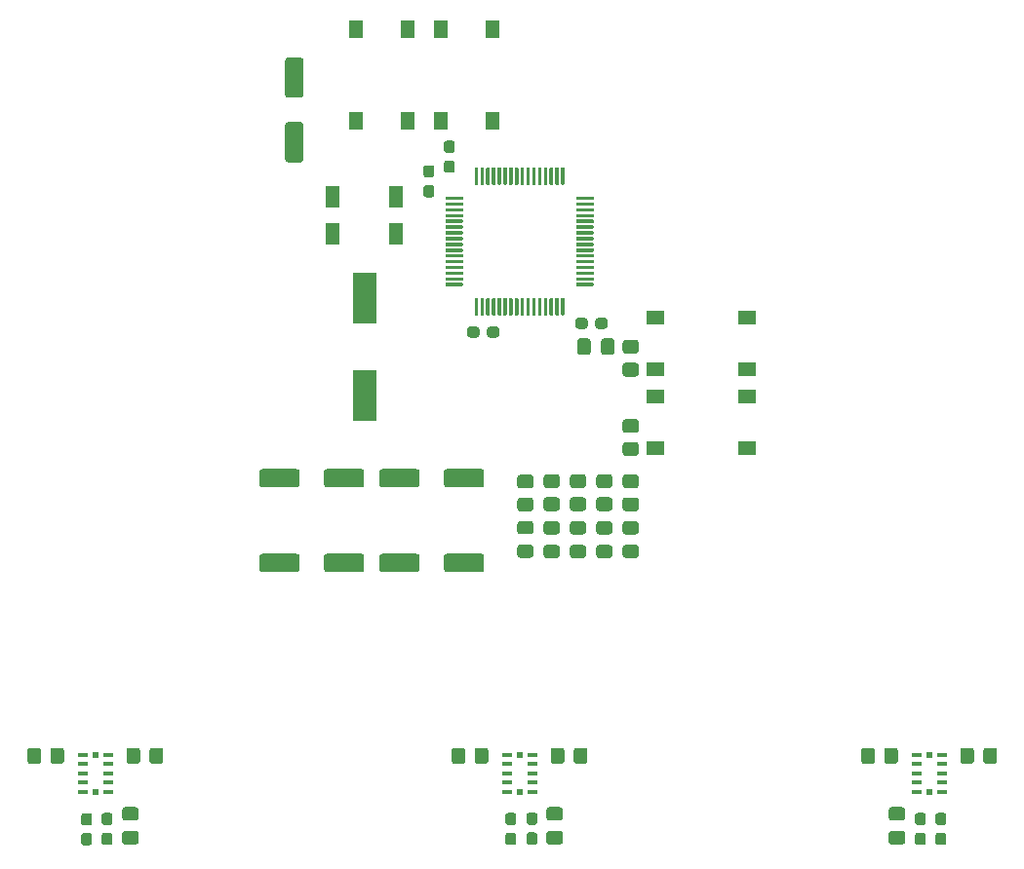
<source format=gbr>
%TF.GenerationSoftware,KiCad,Pcbnew,5.1.12-84ad8e8a86~92~ubuntu20.04.1*%
%TF.CreationDate,2022-02-24T18:35:21+01:00*%
%TF.ProjectId,GestureControl,47657374-7572-4654-936f-6e74726f6c2e,V0.1*%
%TF.SameCoordinates,Original*%
%TF.FileFunction,Paste,Top*%
%TF.FilePolarity,Positive*%
%FSLAX46Y46*%
G04 Gerber Fmt 4.6, Leading zero omitted, Abs format (unit mm)*
G04 Created by KiCad (PCBNEW 5.1.12-84ad8e8a86~92~ubuntu20.04.1) date 2022-02-24 18:35:21*
%MOMM*%
%LPD*%
G01*
G04 APERTURE LIST*
%ADD10R,1.300000X1.900000*%
%ADD11R,2.000000X4.500000*%
%ADD12R,1.300000X1.550000*%
%ADD13R,1.550000X1.300000*%
%ADD14R,0.807999X0.458000*%
%ADD15R,0.508000X0.508000*%
G04 APERTURE END LIST*
%TO.C,C10*%
G36*
G01*
X149639000Y-120570500D02*
X150589000Y-120570500D01*
G75*
G02*
X150839000Y-120820500I0J-250000D01*
G01*
X150839000Y-121495500D01*
G75*
G02*
X150589000Y-121745500I-250000J0D01*
G01*
X149639000Y-121745500D01*
G75*
G02*
X149389000Y-121495500I0J250000D01*
G01*
X149389000Y-120820500D01*
G75*
G02*
X149639000Y-120570500I250000J0D01*
G01*
G37*
G36*
G01*
X149639000Y-118495500D02*
X150589000Y-118495500D01*
G75*
G02*
X150839000Y-118745500I0J-250000D01*
G01*
X150839000Y-119420500D01*
G75*
G02*
X150589000Y-119670500I-250000J0D01*
G01*
X149639000Y-119670500D01*
G75*
G02*
X149389000Y-119420500I0J250000D01*
G01*
X149389000Y-118745500D01*
G75*
G02*
X149639000Y-118495500I250000J0D01*
G01*
G37*
%TD*%
D10*
%TO.C,Y2*%
X136354000Y-68656000D03*
X130854000Y-68656000D03*
X130854000Y-65456000D03*
X136354000Y-65456000D03*
%TD*%
D11*
%TO.C,Y1*%
X133604000Y-82736000D03*
X133604000Y-74236000D03*
%TD*%
%TO.C,U7*%
G36*
G01*
X143166000Y-64367000D02*
X143166000Y-62967000D01*
G75*
G02*
X143241000Y-62892000I75000J0D01*
G01*
X143391000Y-62892000D01*
G75*
G02*
X143466000Y-62967000I0J-75000D01*
G01*
X143466000Y-64367000D01*
G75*
G02*
X143391000Y-64442000I-75000J0D01*
G01*
X143241000Y-64442000D01*
G75*
G02*
X143166000Y-64367000I0J75000D01*
G01*
G37*
G36*
G01*
X143666000Y-64367000D02*
X143666000Y-62967000D01*
G75*
G02*
X143741000Y-62892000I75000J0D01*
G01*
X143891000Y-62892000D01*
G75*
G02*
X143966000Y-62967000I0J-75000D01*
G01*
X143966000Y-64367000D01*
G75*
G02*
X143891000Y-64442000I-75000J0D01*
G01*
X143741000Y-64442000D01*
G75*
G02*
X143666000Y-64367000I0J75000D01*
G01*
G37*
G36*
G01*
X144166000Y-64367000D02*
X144166000Y-62967000D01*
G75*
G02*
X144241000Y-62892000I75000J0D01*
G01*
X144391000Y-62892000D01*
G75*
G02*
X144466000Y-62967000I0J-75000D01*
G01*
X144466000Y-64367000D01*
G75*
G02*
X144391000Y-64442000I-75000J0D01*
G01*
X144241000Y-64442000D01*
G75*
G02*
X144166000Y-64367000I0J75000D01*
G01*
G37*
G36*
G01*
X144666000Y-64367000D02*
X144666000Y-62967000D01*
G75*
G02*
X144741000Y-62892000I75000J0D01*
G01*
X144891000Y-62892000D01*
G75*
G02*
X144966000Y-62967000I0J-75000D01*
G01*
X144966000Y-64367000D01*
G75*
G02*
X144891000Y-64442000I-75000J0D01*
G01*
X144741000Y-64442000D01*
G75*
G02*
X144666000Y-64367000I0J75000D01*
G01*
G37*
G36*
G01*
X145166000Y-64367000D02*
X145166000Y-62967000D01*
G75*
G02*
X145241000Y-62892000I75000J0D01*
G01*
X145391000Y-62892000D01*
G75*
G02*
X145466000Y-62967000I0J-75000D01*
G01*
X145466000Y-64367000D01*
G75*
G02*
X145391000Y-64442000I-75000J0D01*
G01*
X145241000Y-64442000D01*
G75*
G02*
X145166000Y-64367000I0J75000D01*
G01*
G37*
G36*
G01*
X145666000Y-64367000D02*
X145666000Y-62967000D01*
G75*
G02*
X145741000Y-62892000I75000J0D01*
G01*
X145891000Y-62892000D01*
G75*
G02*
X145966000Y-62967000I0J-75000D01*
G01*
X145966000Y-64367000D01*
G75*
G02*
X145891000Y-64442000I-75000J0D01*
G01*
X145741000Y-64442000D01*
G75*
G02*
X145666000Y-64367000I0J75000D01*
G01*
G37*
G36*
G01*
X146166000Y-64367000D02*
X146166000Y-62967000D01*
G75*
G02*
X146241000Y-62892000I75000J0D01*
G01*
X146391000Y-62892000D01*
G75*
G02*
X146466000Y-62967000I0J-75000D01*
G01*
X146466000Y-64367000D01*
G75*
G02*
X146391000Y-64442000I-75000J0D01*
G01*
X146241000Y-64442000D01*
G75*
G02*
X146166000Y-64367000I0J75000D01*
G01*
G37*
G36*
G01*
X146666000Y-64367000D02*
X146666000Y-62967000D01*
G75*
G02*
X146741000Y-62892000I75000J0D01*
G01*
X146891000Y-62892000D01*
G75*
G02*
X146966000Y-62967000I0J-75000D01*
G01*
X146966000Y-64367000D01*
G75*
G02*
X146891000Y-64442000I-75000J0D01*
G01*
X146741000Y-64442000D01*
G75*
G02*
X146666000Y-64367000I0J75000D01*
G01*
G37*
G36*
G01*
X147166000Y-64367000D02*
X147166000Y-62967000D01*
G75*
G02*
X147241000Y-62892000I75000J0D01*
G01*
X147391000Y-62892000D01*
G75*
G02*
X147466000Y-62967000I0J-75000D01*
G01*
X147466000Y-64367000D01*
G75*
G02*
X147391000Y-64442000I-75000J0D01*
G01*
X147241000Y-64442000D01*
G75*
G02*
X147166000Y-64367000I0J75000D01*
G01*
G37*
G36*
G01*
X147666000Y-64367000D02*
X147666000Y-62967000D01*
G75*
G02*
X147741000Y-62892000I75000J0D01*
G01*
X147891000Y-62892000D01*
G75*
G02*
X147966000Y-62967000I0J-75000D01*
G01*
X147966000Y-64367000D01*
G75*
G02*
X147891000Y-64442000I-75000J0D01*
G01*
X147741000Y-64442000D01*
G75*
G02*
X147666000Y-64367000I0J75000D01*
G01*
G37*
G36*
G01*
X148166000Y-64367000D02*
X148166000Y-62967000D01*
G75*
G02*
X148241000Y-62892000I75000J0D01*
G01*
X148391000Y-62892000D01*
G75*
G02*
X148466000Y-62967000I0J-75000D01*
G01*
X148466000Y-64367000D01*
G75*
G02*
X148391000Y-64442000I-75000J0D01*
G01*
X148241000Y-64442000D01*
G75*
G02*
X148166000Y-64367000I0J75000D01*
G01*
G37*
G36*
G01*
X148666000Y-64367000D02*
X148666000Y-62967000D01*
G75*
G02*
X148741000Y-62892000I75000J0D01*
G01*
X148891000Y-62892000D01*
G75*
G02*
X148966000Y-62967000I0J-75000D01*
G01*
X148966000Y-64367000D01*
G75*
G02*
X148891000Y-64442000I-75000J0D01*
G01*
X148741000Y-64442000D01*
G75*
G02*
X148666000Y-64367000I0J75000D01*
G01*
G37*
G36*
G01*
X149166000Y-64367000D02*
X149166000Y-62967000D01*
G75*
G02*
X149241000Y-62892000I75000J0D01*
G01*
X149391000Y-62892000D01*
G75*
G02*
X149466000Y-62967000I0J-75000D01*
G01*
X149466000Y-64367000D01*
G75*
G02*
X149391000Y-64442000I-75000J0D01*
G01*
X149241000Y-64442000D01*
G75*
G02*
X149166000Y-64367000I0J75000D01*
G01*
G37*
G36*
G01*
X149666000Y-64367000D02*
X149666000Y-62967000D01*
G75*
G02*
X149741000Y-62892000I75000J0D01*
G01*
X149891000Y-62892000D01*
G75*
G02*
X149966000Y-62967000I0J-75000D01*
G01*
X149966000Y-64367000D01*
G75*
G02*
X149891000Y-64442000I-75000J0D01*
G01*
X149741000Y-64442000D01*
G75*
G02*
X149666000Y-64367000I0J75000D01*
G01*
G37*
G36*
G01*
X150166000Y-64367000D02*
X150166000Y-62967000D01*
G75*
G02*
X150241000Y-62892000I75000J0D01*
G01*
X150391000Y-62892000D01*
G75*
G02*
X150466000Y-62967000I0J-75000D01*
G01*
X150466000Y-64367000D01*
G75*
G02*
X150391000Y-64442000I-75000J0D01*
G01*
X150241000Y-64442000D01*
G75*
G02*
X150166000Y-64367000I0J75000D01*
G01*
G37*
G36*
G01*
X150666000Y-64367000D02*
X150666000Y-62967000D01*
G75*
G02*
X150741000Y-62892000I75000J0D01*
G01*
X150891000Y-62892000D01*
G75*
G02*
X150966000Y-62967000I0J-75000D01*
G01*
X150966000Y-64367000D01*
G75*
G02*
X150891000Y-64442000I-75000J0D01*
G01*
X150741000Y-64442000D01*
G75*
G02*
X150666000Y-64367000I0J75000D01*
G01*
G37*
G36*
G01*
X151966000Y-65667000D02*
X151966000Y-65517000D01*
G75*
G02*
X152041000Y-65442000I75000J0D01*
G01*
X153441000Y-65442000D01*
G75*
G02*
X153516000Y-65517000I0J-75000D01*
G01*
X153516000Y-65667000D01*
G75*
G02*
X153441000Y-65742000I-75000J0D01*
G01*
X152041000Y-65742000D01*
G75*
G02*
X151966000Y-65667000I0J75000D01*
G01*
G37*
G36*
G01*
X151966000Y-66167000D02*
X151966000Y-66017000D01*
G75*
G02*
X152041000Y-65942000I75000J0D01*
G01*
X153441000Y-65942000D01*
G75*
G02*
X153516000Y-66017000I0J-75000D01*
G01*
X153516000Y-66167000D01*
G75*
G02*
X153441000Y-66242000I-75000J0D01*
G01*
X152041000Y-66242000D01*
G75*
G02*
X151966000Y-66167000I0J75000D01*
G01*
G37*
G36*
G01*
X151966000Y-66667000D02*
X151966000Y-66517000D01*
G75*
G02*
X152041000Y-66442000I75000J0D01*
G01*
X153441000Y-66442000D01*
G75*
G02*
X153516000Y-66517000I0J-75000D01*
G01*
X153516000Y-66667000D01*
G75*
G02*
X153441000Y-66742000I-75000J0D01*
G01*
X152041000Y-66742000D01*
G75*
G02*
X151966000Y-66667000I0J75000D01*
G01*
G37*
G36*
G01*
X151966000Y-67167000D02*
X151966000Y-67017000D01*
G75*
G02*
X152041000Y-66942000I75000J0D01*
G01*
X153441000Y-66942000D01*
G75*
G02*
X153516000Y-67017000I0J-75000D01*
G01*
X153516000Y-67167000D01*
G75*
G02*
X153441000Y-67242000I-75000J0D01*
G01*
X152041000Y-67242000D01*
G75*
G02*
X151966000Y-67167000I0J75000D01*
G01*
G37*
G36*
G01*
X151966000Y-67667000D02*
X151966000Y-67517000D01*
G75*
G02*
X152041000Y-67442000I75000J0D01*
G01*
X153441000Y-67442000D01*
G75*
G02*
X153516000Y-67517000I0J-75000D01*
G01*
X153516000Y-67667000D01*
G75*
G02*
X153441000Y-67742000I-75000J0D01*
G01*
X152041000Y-67742000D01*
G75*
G02*
X151966000Y-67667000I0J75000D01*
G01*
G37*
G36*
G01*
X151966000Y-68167000D02*
X151966000Y-68017000D01*
G75*
G02*
X152041000Y-67942000I75000J0D01*
G01*
X153441000Y-67942000D01*
G75*
G02*
X153516000Y-68017000I0J-75000D01*
G01*
X153516000Y-68167000D01*
G75*
G02*
X153441000Y-68242000I-75000J0D01*
G01*
X152041000Y-68242000D01*
G75*
G02*
X151966000Y-68167000I0J75000D01*
G01*
G37*
G36*
G01*
X151966000Y-68667000D02*
X151966000Y-68517000D01*
G75*
G02*
X152041000Y-68442000I75000J0D01*
G01*
X153441000Y-68442000D01*
G75*
G02*
X153516000Y-68517000I0J-75000D01*
G01*
X153516000Y-68667000D01*
G75*
G02*
X153441000Y-68742000I-75000J0D01*
G01*
X152041000Y-68742000D01*
G75*
G02*
X151966000Y-68667000I0J75000D01*
G01*
G37*
G36*
G01*
X151966000Y-69167000D02*
X151966000Y-69017000D01*
G75*
G02*
X152041000Y-68942000I75000J0D01*
G01*
X153441000Y-68942000D01*
G75*
G02*
X153516000Y-69017000I0J-75000D01*
G01*
X153516000Y-69167000D01*
G75*
G02*
X153441000Y-69242000I-75000J0D01*
G01*
X152041000Y-69242000D01*
G75*
G02*
X151966000Y-69167000I0J75000D01*
G01*
G37*
G36*
G01*
X151966000Y-69667000D02*
X151966000Y-69517000D01*
G75*
G02*
X152041000Y-69442000I75000J0D01*
G01*
X153441000Y-69442000D01*
G75*
G02*
X153516000Y-69517000I0J-75000D01*
G01*
X153516000Y-69667000D01*
G75*
G02*
X153441000Y-69742000I-75000J0D01*
G01*
X152041000Y-69742000D01*
G75*
G02*
X151966000Y-69667000I0J75000D01*
G01*
G37*
G36*
G01*
X151966000Y-70167000D02*
X151966000Y-70017000D01*
G75*
G02*
X152041000Y-69942000I75000J0D01*
G01*
X153441000Y-69942000D01*
G75*
G02*
X153516000Y-70017000I0J-75000D01*
G01*
X153516000Y-70167000D01*
G75*
G02*
X153441000Y-70242000I-75000J0D01*
G01*
X152041000Y-70242000D01*
G75*
G02*
X151966000Y-70167000I0J75000D01*
G01*
G37*
G36*
G01*
X151966000Y-70667000D02*
X151966000Y-70517000D01*
G75*
G02*
X152041000Y-70442000I75000J0D01*
G01*
X153441000Y-70442000D01*
G75*
G02*
X153516000Y-70517000I0J-75000D01*
G01*
X153516000Y-70667000D01*
G75*
G02*
X153441000Y-70742000I-75000J0D01*
G01*
X152041000Y-70742000D01*
G75*
G02*
X151966000Y-70667000I0J75000D01*
G01*
G37*
G36*
G01*
X151966000Y-71167000D02*
X151966000Y-71017000D01*
G75*
G02*
X152041000Y-70942000I75000J0D01*
G01*
X153441000Y-70942000D01*
G75*
G02*
X153516000Y-71017000I0J-75000D01*
G01*
X153516000Y-71167000D01*
G75*
G02*
X153441000Y-71242000I-75000J0D01*
G01*
X152041000Y-71242000D01*
G75*
G02*
X151966000Y-71167000I0J75000D01*
G01*
G37*
G36*
G01*
X151966000Y-71667000D02*
X151966000Y-71517000D01*
G75*
G02*
X152041000Y-71442000I75000J0D01*
G01*
X153441000Y-71442000D01*
G75*
G02*
X153516000Y-71517000I0J-75000D01*
G01*
X153516000Y-71667000D01*
G75*
G02*
X153441000Y-71742000I-75000J0D01*
G01*
X152041000Y-71742000D01*
G75*
G02*
X151966000Y-71667000I0J75000D01*
G01*
G37*
G36*
G01*
X151966000Y-72167000D02*
X151966000Y-72017000D01*
G75*
G02*
X152041000Y-71942000I75000J0D01*
G01*
X153441000Y-71942000D01*
G75*
G02*
X153516000Y-72017000I0J-75000D01*
G01*
X153516000Y-72167000D01*
G75*
G02*
X153441000Y-72242000I-75000J0D01*
G01*
X152041000Y-72242000D01*
G75*
G02*
X151966000Y-72167000I0J75000D01*
G01*
G37*
G36*
G01*
X151966000Y-72667000D02*
X151966000Y-72517000D01*
G75*
G02*
X152041000Y-72442000I75000J0D01*
G01*
X153441000Y-72442000D01*
G75*
G02*
X153516000Y-72517000I0J-75000D01*
G01*
X153516000Y-72667000D01*
G75*
G02*
X153441000Y-72742000I-75000J0D01*
G01*
X152041000Y-72742000D01*
G75*
G02*
X151966000Y-72667000I0J75000D01*
G01*
G37*
G36*
G01*
X151966000Y-73167000D02*
X151966000Y-73017000D01*
G75*
G02*
X152041000Y-72942000I75000J0D01*
G01*
X153441000Y-72942000D01*
G75*
G02*
X153516000Y-73017000I0J-75000D01*
G01*
X153516000Y-73167000D01*
G75*
G02*
X153441000Y-73242000I-75000J0D01*
G01*
X152041000Y-73242000D01*
G75*
G02*
X151966000Y-73167000I0J75000D01*
G01*
G37*
G36*
G01*
X150666000Y-75717000D02*
X150666000Y-74317000D01*
G75*
G02*
X150741000Y-74242000I75000J0D01*
G01*
X150891000Y-74242000D01*
G75*
G02*
X150966000Y-74317000I0J-75000D01*
G01*
X150966000Y-75717000D01*
G75*
G02*
X150891000Y-75792000I-75000J0D01*
G01*
X150741000Y-75792000D01*
G75*
G02*
X150666000Y-75717000I0J75000D01*
G01*
G37*
G36*
G01*
X150166000Y-75717000D02*
X150166000Y-74317000D01*
G75*
G02*
X150241000Y-74242000I75000J0D01*
G01*
X150391000Y-74242000D01*
G75*
G02*
X150466000Y-74317000I0J-75000D01*
G01*
X150466000Y-75717000D01*
G75*
G02*
X150391000Y-75792000I-75000J0D01*
G01*
X150241000Y-75792000D01*
G75*
G02*
X150166000Y-75717000I0J75000D01*
G01*
G37*
G36*
G01*
X149666000Y-75717000D02*
X149666000Y-74317000D01*
G75*
G02*
X149741000Y-74242000I75000J0D01*
G01*
X149891000Y-74242000D01*
G75*
G02*
X149966000Y-74317000I0J-75000D01*
G01*
X149966000Y-75717000D01*
G75*
G02*
X149891000Y-75792000I-75000J0D01*
G01*
X149741000Y-75792000D01*
G75*
G02*
X149666000Y-75717000I0J75000D01*
G01*
G37*
G36*
G01*
X149166000Y-75717000D02*
X149166000Y-74317000D01*
G75*
G02*
X149241000Y-74242000I75000J0D01*
G01*
X149391000Y-74242000D01*
G75*
G02*
X149466000Y-74317000I0J-75000D01*
G01*
X149466000Y-75717000D01*
G75*
G02*
X149391000Y-75792000I-75000J0D01*
G01*
X149241000Y-75792000D01*
G75*
G02*
X149166000Y-75717000I0J75000D01*
G01*
G37*
G36*
G01*
X148666000Y-75717000D02*
X148666000Y-74317000D01*
G75*
G02*
X148741000Y-74242000I75000J0D01*
G01*
X148891000Y-74242000D01*
G75*
G02*
X148966000Y-74317000I0J-75000D01*
G01*
X148966000Y-75717000D01*
G75*
G02*
X148891000Y-75792000I-75000J0D01*
G01*
X148741000Y-75792000D01*
G75*
G02*
X148666000Y-75717000I0J75000D01*
G01*
G37*
G36*
G01*
X148166000Y-75717000D02*
X148166000Y-74317000D01*
G75*
G02*
X148241000Y-74242000I75000J0D01*
G01*
X148391000Y-74242000D01*
G75*
G02*
X148466000Y-74317000I0J-75000D01*
G01*
X148466000Y-75717000D01*
G75*
G02*
X148391000Y-75792000I-75000J0D01*
G01*
X148241000Y-75792000D01*
G75*
G02*
X148166000Y-75717000I0J75000D01*
G01*
G37*
G36*
G01*
X147666000Y-75717000D02*
X147666000Y-74317000D01*
G75*
G02*
X147741000Y-74242000I75000J0D01*
G01*
X147891000Y-74242000D01*
G75*
G02*
X147966000Y-74317000I0J-75000D01*
G01*
X147966000Y-75717000D01*
G75*
G02*
X147891000Y-75792000I-75000J0D01*
G01*
X147741000Y-75792000D01*
G75*
G02*
X147666000Y-75717000I0J75000D01*
G01*
G37*
G36*
G01*
X147166000Y-75717000D02*
X147166000Y-74317000D01*
G75*
G02*
X147241000Y-74242000I75000J0D01*
G01*
X147391000Y-74242000D01*
G75*
G02*
X147466000Y-74317000I0J-75000D01*
G01*
X147466000Y-75717000D01*
G75*
G02*
X147391000Y-75792000I-75000J0D01*
G01*
X147241000Y-75792000D01*
G75*
G02*
X147166000Y-75717000I0J75000D01*
G01*
G37*
G36*
G01*
X146666000Y-75717000D02*
X146666000Y-74317000D01*
G75*
G02*
X146741000Y-74242000I75000J0D01*
G01*
X146891000Y-74242000D01*
G75*
G02*
X146966000Y-74317000I0J-75000D01*
G01*
X146966000Y-75717000D01*
G75*
G02*
X146891000Y-75792000I-75000J0D01*
G01*
X146741000Y-75792000D01*
G75*
G02*
X146666000Y-75717000I0J75000D01*
G01*
G37*
G36*
G01*
X146166000Y-75717000D02*
X146166000Y-74317000D01*
G75*
G02*
X146241000Y-74242000I75000J0D01*
G01*
X146391000Y-74242000D01*
G75*
G02*
X146466000Y-74317000I0J-75000D01*
G01*
X146466000Y-75717000D01*
G75*
G02*
X146391000Y-75792000I-75000J0D01*
G01*
X146241000Y-75792000D01*
G75*
G02*
X146166000Y-75717000I0J75000D01*
G01*
G37*
G36*
G01*
X145666000Y-75717000D02*
X145666000Y-74317000D01*
G75*
G02*
X145741000Y-74242000I75000J0D01*
G01*
X145891000Y-74242000D01*
G75*
G02*
X145966000Y-74317000I0J-75000D01*
G01*
X145966000Y-75717000D01*
G75*
G02*
X145891000Y-75792000I-75000J0D01*
G01*
X145741000Y-75792000D01*
G75*
G02*
X145666000Y-75717000I0J75000D01*
G01*
G37*
G36*
G01*
X145166000Y-75717000D02*
X145166000Y-74317000D01*
G75*
G02*
X145241000Y-74242000I75000J0D01*
G01*
X145391000Y-74242000D01*
G75*
G02*
X145466000Y-74317000I0J-75000D01*
G01*
X145466000Y-75717000D01*
G75*
G02*
X145391000Y-75792000I-75000J0D01*
G01*
X145241000Y-75792000D01*
G75*
G02*
X145166000Y-75717000I0J75000D01*
G01*
G37*
G36*
G01*
X144666000Y-75717000D02*
X144666000Y-74317000D01*
G75*
G02*
X144741000Y-74242000I75000J0D01*
G01*
X144891000Y-74242000D01*
G75*
G02*
X144966000Y-74317000I0J-75000D01*
G01*
X144966000Y-75717000D01*
G75*
G02*
X144891000Y-75792000I-75000J0D01*
G01*
X144741000Y-75792000D01*
G75*
G02*
X144666000Y-75717000I0J75000D01*
G01*
G37*
G36*
G01*
X144166000Y-75717000D02*
X144166000Y-74317000D01*
G75*
G02*
X144241000Y-74242000I75000J0D01*
G01*
X144391000Y-74242000D01*
G75*
G02*
X144466000Y-74317000I0J-75000D01*
G01*
X144466000Y-75717000D01*
G75*
G02*
X144391000Y-75792000I-75000J0D01*
G01*
X144241000Y-75792000D01*
G75*
G02*
X144166000Y-75717000I0J75000D01*
G01*
G37*
G36*
G01*
X143666000Y-75717000D02*
X143666000Y-74317000D01*
G75*
G02*
X143741000Y-74242000I75000J0D01*
G01*
X143891000Y-74242000D01*
G75*
G02*
X143966000Y-74317000I0J-75000D01*
G01*
X143966000Y-75717000D01*
G75*
G02*
X143891000Y-75792000I-75000J0D01*
G01*
X143741000Y-75792000D01*
G75*
G02*
X143666000Y-75717000I0J75000D01*
G01*
G37*
G36*
G01*
X143166000Y-75717000D02*
X143166000Y-74317000D01*
G75*
G02*
X143241000Y-74242000I75000J0D01*
G01*
X143391000Y-74242000D01*
G75*
G02*
X143466000Y-74317000I0J-75000D01*
G01*
X143466000Y-75717000D01*
G75*
G02*
X143391000Y-75792000I-75000J0D01*
G01*
X143241000Y-75792000D01*
G75*
G02*
X143166000Y-75717000I0J75000D01*
G01*
G37*
G36*
G01*
X140616000Y-73167000D02*
X140616000Y-73017000D01*
G75*
G02*
X140691000Y-72942000I75000J0D01*
G01*
X142091000Y-72942000D01*
G75*
G02*
X142166000Y-73017000I0J-75000D01*
G01*
X142166000Y-73167000D01*
G75*
G02*
X142091000Y-73242000I-75000J0D01*
G01*
X140691000Y-73242000D01*
G75*
G02*
X140616000Y-73167000I0J75000D01*
G01*
G37*
G36*
G01*
X140616000Y-72667000D02*
X140616000Y-72517000D01*
G75*
G02*
X140691000Y-72442000I75000J0D01*
G01*
X142091000Y-72442000D01*
G75*
G02*
X142166000Y-72517000I0J-75000D01*
G01*
X142166000Y-72667000D01*
G75*
G02*
X142091000Y-72742000I-75000J0D01*
G01*
X140691000Y-72742000D01*
G75*
G02*
X140616000Y-72667000I0J75000D01*
G01*
G37*
G36*
G01*
X140616000Y-72167000D02*
X140616000Y-72017000D01*
G75*
G02*
X140691000Y-71942000I75000J0D01*
G01*
X142091000Y-71942000D01*
G75*
G02*
X142166000Y-72017000I0J-75000D01*
G01*
X142166000Y-72167000D01*
G75*
G02*
X142091000Y-72242000I-75000J0D01*
G01*
X140691000Y-72242000D01*
G75*
G02*
X140616000Y-72167000I0J75000D01*
G01*
G37*
G36*
G01*
X140616000Y-71667000D02*
X140616000Y-71517000D01*
G75*
G02*
X140691000Y-71442000I75000J0D01*
G01*
X142091000Y-71442000D01*
G75*
G02*
X142166000Y-71517000I0J-75000D01*
G01*
X142166000Y-71667000D01*
G75*
G02*
X142091000Y-71742000I-75000J0D01*
G01*
X140691000Y-71742000D01*
G75*
G02*
X140616000Y-71667000I0J75000D01*
G01*
G37*
G36*
G01*
X140616000Y-71167000D02*
X140616000Y-71017000D01*
G75*
G02*
X140691000Y-70942000I75000J0D01*
G01*
X142091000Y-70942000D01*
G75*
G02*
X142166000Y-71017000I0J-75000D01*
G01*
X142166000Y-71167000D01*
G75*
G02*
X142091000Y-71242000I-75000J0D01*
G01*
X140691000Y-71242000D01*
G75*
G02*
X140616000Y-71167000I0J75000D01*
G01*
G37*
G36*
G01*
X140616000Y-70667000D02*
X140616000Y-70517000D01*
G75*
G02*
X140691000Y-70442000I75000J0D01*
G01*
X142091000Y-70442000D01*
G75*
G02*
X142166000Y-70517000I0J-75000D01*
G01*
X142166000Y-70667000D01*
G75*
G02*
X142091000Y-70742000I-75000J0D01*
G01*
X140691000Y-70742000D01*
G75*
G02*
X140616000Y-70667000I0J75000D01*
G01*
G37*
G36*
G01*
X140616000Y-70167000D02*
X140616000Y-70017000D01*
G75*
G02*
X140691000Y-69942000I75000J0D01*
G01*
X142091000Y-69942000D01*
G75*
G02*
X142166000Y-70017000I0J-75000D01*
G01*
X142166000Y-70167000D01*
G75*
G02*
X142091000Y-70242000I-75000J0D01*
G01*
X140691000Y-70242000D01*
G75*
G02*
X140616000Y-70167000I0J75000D01*
G01*
G37*
G36*
G01*
X140616000Y-69667000D02*
X140616000Y-69517000D01*
G75*
G02*
X140691000Y-69442000I75000J0D01*
G01*
X142091000Y-69442000D01*
G75*
G02*
X142166000Y-69517000I0J-75000D01*
G01*
X142166000Y-69667000D01*
G75*
G02*
X142091000Y-69742000I-75000J0D01*
G01*
X140691000Y-69742000D01*
G75*
G02*
X140616000Y-69667000I0J75000D01*
G01*
G37*
G36*
G01*
X140616000Y-69167000D02*
X140616000Y-69017000D01*
G75*
G02*
X140691000Y-68942000I75000J0D01*
G01*
X142091000Y-68942000D01*
G75*
G02*
X142166000Y-69017000I0J-75000D01*
G01*
X142166000Y-69167000D01*
G75*
G02*
X142091000Y-69242000I-75000J0D01*
G01*
X140691000Y-69242000D01*
G75*
G02*
X140616000Y-69167000I0J75000D01*
G01*
G37*
G36*
G01*
X140616000Y-68667000D02*
X140616000Y-68517000D01*
G75*
G02*
X140691000Y-68442000I75000J0D01*
G01*
X142091000Y-68442000D01*
G75*
G02*
X142166000Y-68517000I0J-75000D01*
G01*
X142166000Y-68667000D01*
G75*
G02*
X142091000Y-68742000I-75000J0D01*
G01*
X140691000Y-68742000D01*
G75*
G02*
X140616000Y-68667000I0J75000D01*
G01*
G37*
G36*
G01*
X140616000Y-68167000D02*
X140616000Y-68017000D01*
G75*
G02*
X140691000Y-67942000I75000J0D01*
G01*
X142091000Y-67942000D01*
G75*
G02*
X142166000Y-68017000I0J-75000D01*
G01*
X142166000Y-68167000D01*
G75*
G02*
X142091000Y-68242000I-75000J0D01*
G01*
X140691000Y-68242000D01*
G75*
G02*
X140616000Y-68167000I0J75000D01*
G01*
G37*
G36*
G01*
X140616000Y-67667000D02*
X140616000Y-67517000D01*
G75*
G02*
X140691000Y-67442000I75000J0D01*
G01*
X142091000Y-67442000D01*
G75*
G02*
X142166000Y-67517000I0J-75000D01*
G01*
X142166000Y-67667000D01*
G75*
G02*
X142091000Y-67742000I-75000J0D01*
G01*
X140691000Y-67742000D01*
G75*
G02*
X140616000Y-67667000I0J75000D01*
G01*
G37*
G36*
G01*
X140616000Y-67167000D02*
X140616000Y-67017000D01*
G75*
G02*
X140691000Y-66942000I75000J0D01*
G01*
X142091000Y-66942000D01*
G75*
G02*
X142166000Y-67017000I0J-75000D01*
G01*
X142166000Y-67167000D01*
G75*
G02*
X142091000Y-67242000I-75000J0D01*
G01*
X140691000Y-67242000D01*
G75*
G02*
X140616000Y-67167000I0J75000D01*
G01*
G37*
G36*
G01*
X140616000Y-66667000D02*
X140616000Y-66517000D01*
G75*
G02*
X140691000Y-66442000I75000J0D01*
G01*
X142091000Y-66442000D01*
G75*
G02*
X142166000Y-66517000I0J-75000D01*
G01*
X142166000Y-66667000D01*
G75*
G02*
X142091000Y-66742000I-75000J0D01*
G01*
X140691000Y-66742000D01*
G75*
G02*
X140616000Y-66667000I0J75000D01*
G01*
G37*
G36*
G01*
X140616000Y-66167000D02*
X140616000Y-66017000D01*
G75*
G02*
X140691000Y-65942000I75000J0D01*
G01*
X142091000Y-65942000D01*
G75*
G02*
X142166000Y-66017000I0J-75000D01*
G01*
X142166000Y-66167000D01*
G75*
G02*
X142091000Y-66242000I-75000J0D01*
G01*
X140691000Y-66242000D01*
G75*
G02*
X140616000Y-66167000I0J75000D01*
G01*
G37*
G36*
G01*
X140616000Y-65667000D02*
X140616000Y-65517000D01*
G75*
G02*
X140691000Y-65442000I75000J0D01*
G01*
X142091000Y-65442000D01*
G75*
G02*
X142166000Y-65517000I0J-75000D01*
G01*
X142166000Y-65667000D01*
G75*
G02*
X142091000Y-65742000I-75000J0D01*
G01*
X140691000Y-65742000D01*
G75*
G02*
X140616000Y-65667000I0J75000D01*
G01*
G37*
%TD*%
%TO.C,U6*%
G36*
G01*
X143166000Y-64367000D02*
X143166000Y-62967000D01*
G75*
G02*
X143241000Y-62892000I75000J0D01*
G01*
X143391000Y-62892000D01*
G75*
G02*
X143466000Y-62967000I0J-75000D01*
G01*
X143466000Y-64367000D01*
G75*
G02*
X143391000Y-64442000I-75000J0D01*
G01*
X143241000Y-64442000D01*
G75*
G02*
X143166000Y-64367000I0J75000D01*
G01*
G37*
G36*
G01*
X143666000Y-64367000D02*
X143666000Y-62967000D01*
G75*
G02*
X143741000Y-62892000I75000J0D01*
G01*
X143891000Y-62892000D01*
G75*
G02*
X143966000Y-62967000I0J-75000D01*
G01*
X143966000Y-64367000D01*
G75*
G02*
X143891000Y-64442000I-75000J0D01*
G01*
X143741000Y-64442000D01*
G75*
G02*
X143666000Y-64367000I0J75000D01*
G01*
G37*
G36*
G01*
X144166000Y-64367000D02*
X144166000Y-62967000D01*
G75*
G02*
X144241000Y-62892000I75000J0D01*
G01*
X144391000Y-62892000D01*
G75*
G02*
X144466000Y-62967000I0J-75000D01*
G01*
X144466000Y-64367000D01*
G75*
G02*
X144391000Y-64442000I-75000J0D01*
G01*
X144241000Y-64442000D01*
G75*
G02*
X144166000Y-64367000I0J75000D01*
G01*
G37*
G36*
G01*
X144666000Y-64367000D02*
X144666000Y-62967000D01*
G75*
G02*
X144741000Y-62892000I75000J0D01*
G01*
X144891000Y-62892000D01*
G75*
G02*
X144966000Y-62967000I0J-75000D01*
G01*
X144966000Y-64367000D01*
G75*
G02*
X144891000Y-64442000I-75000J0D01*
G01*
X144741000Y-64442000D01*
G75*
G02*
X144666000Y-64367000I0J75000D01*
G01*
G37*
G36*
G01*
X145166000Y-64367000D02*
X145166000Y-62967000D01*
G75*
G02*
X145241000Y-62892000I75000J0D01*
G01*
X145391000Y-62892000D01*
G75*
G02*
X145466000Y-62967000I0J-75000D01*
G01*
X145466000Y-64367000D01*
G75*
G02*
X145391000Y-64442000I-75000J0D01*
G01*
X145241000Y-64442000D01*
G75*
G02*
X145166000Y-64367000I0J75000D01*
G01*
G37*
G36*
G01*
X145666000Y-64367000D02*
X145666000Y-62967000D01*
G75*
G02*
X145741000Y-62892000I75000J0D01*
G01*
X145891000Y-62892000D01*
G75*
G02*
X145966000Y-62967000I0J-75000D01*
G01*
X145966000Y-64367000D01*
G75*
G02*
X145891000Y-64442000I-75000J0D01*
G01*
X145741000Y-64442000D01*
G75*
G02*
X145666000Y-64367000I0J75000D01*
G01*
G37*
G36*
G01*
X146166000Y-64367000D02*
X146166000Y-62967000D01*
G75*
G02*
X146241000Y-62892000I75000J0D01*
G01*
X146391000Y-62892000D01*
G75*
G02*
X146466000Y-62967000I0J-75000D01*
G01*
X146466000Y-64367000D01*
G75*
G02*
X146391000Y-64442000I-75000J0D01*
G01*
X146241000Y-64442000D01*
G75*
G02*
X146166000Y-64367000I0J75000D01*
G01*
G37*
G36*
G01*
X146666000Y-64367000D02*
X146666000Y-62967000D01*
G75*
G02*
X146741000Y-62892000I75000J0D01*
G01*
X146891000Y-62892000D01*
G75*
G02*
X146966000Y-62967000I0J-75000D01*
G01*
X146966000Y-64367000D01*
G75*
G02*
X146891000Y-64442000I-75000J0D01*
G01*
X146741000Y-64442000D01*
G75*
G02*
X146666000Y-64367000I0J75000D01*
G01*
G37*
G36*
G01*
X147166000Y-64367000D02*
X147166000Y-62967000D01*
G75*
G02*
X147241000Y-62892000I75000J0D01*
G01*
X147391000Y-62892000D01*
G75*
G02*
X147466000Y-62967000I0J-75000D01*
G01*
X147466000Y-64367000D01*
G75*
G02*
X147391000Y-64442000I-75000J0D01*
G01*
X147241000Y-64442000D01*
G75*
G02*
X147166000Y-64367000I0J75000D01*
G01*
G37*
G36*
G01*
X147666000Y-64367000D02*
X147666000Y-62967000D01*
G75*
G02*
X147741000Y-62892000I75000J0D01*
G01*
X147891000Y-62892000D01*
G75*
G02*
X147966000Y-62967000I0J-75000D01*
G01*
X147966000Y-64367000D01*
G75*
G02*
X147891000Y-64442000I-75000J0D01*
G01*
X147741000Y-64442000D01*
G75*
G02*
X147666000Y-64367000I0J75000D01*
G01*
G37*
G36*
G01*
X148166000Y-64367000D02*
X148166000Y-62967000D01*
G75*
G02*
X148241000Y-62892000I75000J0D01*
G01*
X148391000Y-62892000D01*
G75*
G02*
X148466000Y-62967000I0J-75000D01*
G01*
X148466000Y-64367000D01*
G75*
G02*
X148391000Y-64442000I-75000J0D01*
G01*
X148241000Y-64442000D01*
G75*
G02*
X148166000Y-64367000I0J75000D01*
G01*
G37*
G36*
G01*
X148666000Y-64367000D02*
X148666000Y-62967000D01*
G75*
G02*
X148741000Y-62892000I75000J0D01*
G01*
X148891000Y-62892000D01*
G75*
G02*
X148966000Y-62967000I0J-75000D01*
G01*
X148966000Y-64367000D01*
G75*
G02*
X148891000Y-64442000I-75000J0D01*
G01*
X148741000Y-64442000D01*
G75*
G02*
X148666000Y-64367000I0J75000D01*
G01*
G37*
G36*
G01*
X149166000Y-64367000D02*
X149166000Y-62967000D01*
G75*
G02*
X149241000Y-62892000I75000J0D01*
G01*
X149391000Y-62892000D01*
G75*
G02*
X149466000Y-62967000I0J-75000D01*
G01*
X149466000Y-64367000D01*
G75*
G02*
X149391000Y-64442000I-75000J0D01*
G01*
X149241000Y-64442000D01*
G75*
G02*
X149166000Y-64367000I0J75000D01*
G01*
G37*
G36*
G01*
X149666000Y-64367000D02*
X149666000Y-62967000D01*
G75*
G02*
X149741000Y-62892000I75000J0D01*
G01*
X149891000Y-62892000D01*
G75*
G02*
X149966000Y-62967000I0J-75000D01*
G01*
X149966000Y-64367000D01*
G75*
G02*
X149891000Y-64442000I-75000J0D01*
G01*
X149741000Y-64442000D01*
G75*
G02*
X149666000Y-64367000I0J75000D01*
G01*
G37*
G36*
G01*
X150166000Y-64367000D02*
X150166000Y-62967000D01*
G75*
G02*
X150241000Y-62892000I75000J0D01*
G01*
X150391000Y-62892000D01*
G75*
G02*
X150466000Y-62967000I0J-75000D01*
G01*
X150466000Y-64367000D01*
G75*
G02*
X150391000Y-64442000I-75000J0D01*
G01*
X150241000Y-64442000D01*
G75*
G02*
X150166000Y-64367000I0J75000D01*
G01*
G37*
G36*
G01*
X150666000Y-64367000D02*
X150666000Y-62967000D01*
G75*
G02*
X150741000Y-62892000I75000J0D01*
G01*
X150891000Y-62892000D01*
G75*
G02*
X150966000Y-62967000I0J-75000D01*
G01*
X150966000Y-64367000D01*
G75*
G02*
X150891000Y-64442000I-75000J0D01*
G01*
X150741000Y-64442000D01*
G75*
G02*
X150666000Y-64367000I0J75000D01*
G01*
G37*
G36*
G01*
X151966000Y-65667000D02*
X151966000Y-65517000D01*
G75*
G02*
X152041000Y-65442000I75000J0D01*
G01*
X153441000Y-65442000D01*
G75*
G02*
X153516000Y-65517000I0J-75000D01*
G01*
X153516000Y-65667000D01*
G75*
G02*
X153441000Y-65742000I-75000J0D01*
G01*
X152041000Y-65742000D01*
G75*
G02*
X151966000Y-65667000I0J75000D01*
G01*
G37*
G36*
G01*
X151966000Y-66167000D02*
X151966000Y-66017000D01*
G75*
G02*
X152041000Y-65942000I75000J0D01*
G01*
X153441000Y-65942000D01*
G75*
G02*
X153516000Y-66017000I0J-75000D01*
G01*
X153516000Y-66167000D01*
G75*
G02*
X153441000Y-66242000I-75000J0D01*
G01*
X152041000Y-66242000D01*
G75*
G02*
X151966000Y-66167000I0J75000D01*
G01*
G37*
G36*
G01*
X151966000Y-66667000D02*
X151966000Y-66517000D01*
G75*
G02*
X152041000Y-66442000I75000J0D01*
G01*
X153441000Y-66442000D01*
G75*
G02*
X153516000Y-66517000I0J-75000D01*
G01*
X153516000Y-66667000D01*
G75*
G02*
X153441000Y-66742000I-75000J0D01*
G01*
X152041000Y-66742000D01*
G75*
G02*
X151966000Y-66667000I0J75000D01*
G01*
G37*
G36*
G01*
X151966000Y-67167000D02*
X151966000Y-67017000D01*
G75*
G02*
X152041000Y-66942000I75000J0D01*
G01*
X153441000Y-66942000D01*
G75*
G02*
X153516000Y-67017000I0J-75000D01*
G01*
X153516000Y-67167000D01*
G75*
G02*
X153441000Y-67242000I-75000J0D01*
G01*
X152041000Y-67242000D01*
G75*
G02*
X151966000Y-67167000I0J75000D01*
G01*
G37*
G36*
G01*
X151966000Y-67667000D02*
X151966000Y-67517000D01*
G75*
G02*
X152041000Y-67442000I75000J0D01*
G01*
X153441000Y-67442000D01*
G75*
G02*
X153516000Y-67517000I0J-75000D01*
G01*
X153516000Y-67667000D01*
G75*
G02*
X153441000Y-67742000I-75000J0D01*
G01*
X152041000Y-67742000D01*
G75*
G02*
X151966000Y-67667000I0J75000D01*
G01*
G37*
G36*
G01*
X151966000Y-68167000D02*
X151966000Y-68017000D01*
G75*
G02*
X152041000Y-67942000I75000J0D01*
G01*
X153441000Y-67942000D01*
G75*
G02*
X153516000Y-68017000I0J-75000D01*
G01*
X153516000Y-68167000D01*
G75*
G02*
X153441000Y-68242000I-75000J0D01*
G01*
X152041000Y-68242000D01*
G75*
G02*
X151966000Y-68167000I0J75000D01*
G01*
G37*
G36*
G01*
X151966000Y-68667000D02*
X151966000Y-68517000D01*
G75*
G02*
X152041000Y-68442000I75000J0D01*
G01*
X153441000Y-68442000D01*
G75*
G02*
X153516000Y-68517000I0J-75000D01*
G01*
X153516000Y-68667000D01*
G75*
G02*
X153441000Y-68742000I-75000J0D01*
G01*
X152041000Y-68742000D01*
G75*
G02*
X151966000Y-68667000I0J75000D01*
G01*
G37*
G36*
G01*
X151966000Y-69167000D02*
X151966000Y-69017000D01*
G75*
G02*
X152041000Y-68942000I75000J0D01*
G01*
X153441000Y-68942000D01*
G75*
G02*
X153516000Y-69017000I0J-75000D01*
G01*
X153516000Y-69167000D01*
G75*
G02*
X153441000Y-69242000I-75000J0D01*
G01*
X152041000Y-69242000D01*
G75*
G02*
X151966000Y-69167000I0J75000D01*
G01*
G37*
G36*
G01*
X151966000Y-69667000D02*
X151966000Y-69517000D01*
G75*
G02*
X152041000Y-69442000I75000J0D01*
G01*
X153441000Y-69442000D01*
G75*
G02*
X153516000Y-69517000I0J-75000D01*
G01*
X153516000Y-69667000D01*
G75*
G02*
X153441000Y-69742000I-75000J0D01*
G01*
X152041000Y-69742000D01*
G75*
G02*
X151966000Y-69667000I0J75000D01*
G01*
G37*
G36*
G01*
X151966000Y-70167000D02*
X151966000Y-70017000D01*
G75*
G02*
X152041000Y-69942000I75000J0D01*
G01*
X153441000Y-69942000D01*
G75*
G02*
X153516000Y-70017000I0J-75000D01*
G01*
X153516000Y-70167000D01*
G75*
G02*
X153441000Y-70242000I-75000J0D01*
G01*
X152041000Y-70242000D01*
G75*
G02*
X151966000Y-70167000I0J75000D01*
G01*
G37*
G36*
G01*
X151966000Y-70667000D02*
X151966000Y-70517000D01*
G75*
G02*
X152041000Y-70442000I75000J0D01*
G01*
X153441000Y-70442000D01*
G75*
G02*
X153516000Y-70517000I0J-75000D01*
G01*
X153516000Y-70667000D01*
G75*
G02*
X153441000Y-70742000I-75000J0D01*
G01*
X152041000Y-70742000D01*
G75*
G02*
X151966000Y-70667000I0J75000D01*
G01*
G37*
G36*
G01*
X151966000Y-71167000D02*
X151966000Y-71017000D01*
G75*
G02*
X152041000Y-70942000I75000J0D01*
G01*
X153441000Y-70942000D01*
G75*
G02*
X153516000Y-71017000I0J-75000D01*
G01*
X153516000Y-71167000D01*
G75*
G02*
X153441000Y-71242000I-75000J0D01*
G01*
X152041000Y-71242000D01*
G75*
G02*
X151966000Y-71167000I0J75000D01*
G01*
G37*
G36*
G01*
X151966000Y-71667000D02*
X151966000Y-71517000D01*
G75*
G02*
X152041000Y-71442000I75000J0D01*
G01*
X153441000Y-71442000D01*
G75*
G02*
X153516000Y-71517000I0J-75000D01*
G01*
X153516000Y-71667000D01*
G75*
G02*
X153441000Y-71742000I-75000J0D01*
G01*
X152041000Y-71742000D01*
G75*
G02*
X151966000Y-71667000I0J75000D01*
G01*
G37*
G36*
G01*
X151966000Y-72167000D02*
X151966000Y-72017000D01*
G75*
G02*
X152041000Y-71942000I75000J0D01*
G01*
X153441000Y-71942000D01*
G75*
G02*
X153516000Y-72017000I0J-75000D01*
G01*
X153516000Y-72167000D01*
G75*
G02*
X153441000Y-72242000I-75000J0D01*
G01*
X152041000Y-72242000D01*
G75*
G02*
X151966000Y-72167000I0J75000D01*
G01*
G37*
G36*
G01*
X151966000Y-72667000D02*
X151966000Y-72517000D01*
G75*
G02*
X152041000Y-72442000I75000J0D01*
G01*
X153441000Y-72442000D01*
G75*
G02*
X153516000Y-72517000I0J-75000D01*
G01*
X153516000Y-72667000D01*
G75*
G02*
X153441000Y-72742000I-75000J0D01*
G01*
X152041000Y-72742000D01*
G75*
G02*
X151966000Y-72667000I0J75000D01*
G01*
G37*
G36*
G01*
X151966000Y-73167000D02*
X151966000Y-73017000D01*
G75*
G02*
X152041000Y-72942000I75000J0D01*
G01*
X153441000Y-72942000D01*
G75*
G02*
X153516000Y-73017000I0J-75000D01*
G01*
X153516000Y-73167000D01*
G75*
G02*
X153441000Y-73242000I-75000J0D01*
G01*
X152041000Y-73242000D01*
G75*
G02*
X151966000Y-73167000I0J75000D01*
G01*
G37*
G36*
G01*
X150666000Y-75717000D02*
X150666000Y-74317000D01*
G75*
G02*
X150741000Y-74242000I75000J0D01*
G01*
X150891000Y-74242000D01*
G75*
G02*
X150966000Y-74317000I0J-75000D01*
G01*
X150966000Y-75717000D01*
G75*
G02*
X150891000Y-75792000I-75000J0D01*
G01*
X150741000Y-75792000D01*
G75*
G02*
X150666000Y-75717000I0J75000D01*
G01*
G37*
G36*
G01*
X150166000Y-75717000D02*
X150166000Y-74317000D01*
G75*
G02*
X150241000Y-74242000I75000J0D01*
G01*
X150391000Y-74242000D01*
G75*
G02*
X150466000Y-74317000I0J-75000D01*
G01*
X150466000Y-75717000D01*
G75*
G02*
X150391000Y-75792000I-75000J0D01*
G01*
X150241000Y-75792000D01*
G75*
G02*
X150166000Y-75717000I0J75000D01*
G01*
G37*
G36*
G01*
X149666000Y-75717000D02*
X149666000Y-74317000D01*
G75*
G02*
X149741000Y-74242000I75000J0D01*
G01*
X149891000Y-74242000D01*
G75*
G02*
X149966000Y-74317000I0J-75000D01*
G01*
X149966000Y-75717000D01*
G75*
G02*
X149891000Y-75792000I-75000J0D01*
G01*
X149741000Y-75792000D01*
G75*
G02*
X149666000Y-75717000I0J75000D01*
G01*
G37*
G36*
G01*
X149166000Y-75717000D02*
X149166000Y-74317000D01*
G75*
G02*
X149241000Y-74242000I75000J0D01*
G01*
X149391000Y-74242000D01*
G75*
G02*
X149466000Y-74317000I0J-75000D01*
G01*
X149466000Y-75717000D01*
G75*
G02*
X149391000Y-75792000I-75000J0D01*
G01*
X149241000Y-75792000D01*
G75*
G02*
X149166000Y-75717000I0J75000D01*
G01*
G37*
G36*
G01*
X148666000Y-75717000D02*
X148666000Y-74317000D01*
G75*
G02*
X148741000Y-74242000I75000J0D01*
G01*
X148891000Y-74242000D01*
G75*
G02*
X148966000Y-74317000I0J-75000D01*
G01*
X148966000Y-75717000D01*
G75*
G02*
X148891000Y-75792000I-75000J0D01*
G01*
X148741000Y-75792000D01*
G75*
G02*
X148666000Y-75717000I0J75000D01*
G01*
G37*
G36*
G01*
X148166000Y-75717000D02*
X148166000Y-74317000D01*
G75*
G02*
X148241000Y-74242000I75000J0D01*
G01*
X148391000Y-74242000D01*
G75*
G02*
X148466000Y-74317000I0J-75000D01*
G01*
X148466000Y-75717000D01*
G75*
G02*
X148391000Y-75792000I-75000J0D01*
G01*
X148241000Y-75792000D01*
G75*
G02*
X148166000Y-75717000I0J75000D01*
G01*
G37*
G36*
G01*
X147666000Y-75717000D02*
X147666000Y-74317000D01*
G75*
G02*
X147741000Y-74242000I75000J0D01*
G01*
X147891000Y-74242000D01*
G75*
G02*
X147966000Y-74317000I0J-75000D01*
G01*
X147966000Y-75717000D01*
G75*
G02*
X147891000Y-75792000I-75000J0D01*
G01*
X147741000Y-75792000D01*
G75*
G02*
X147666000Y-75717000I0J75000D01*
G01*
G37*
G36*
G01*
X147166000Y-75717000D02*
X147166000Y-74317000D01*
G75*
G02*
X147241000Y-74242000I75000J0D01*
G01*
X147391000Y-74242000D01*
G75*
G02*
X147466000Y-74317000I0J-75000D01*
G01*
X147466000Y-75717000D01*
G75*
G02*
X147391000Y-75792000I-75000J0D01*
G01*
X147241000Y-75792000D01*
G75*
G02*
X147166000Y-75717000I0J75000D01*
G01*
G37*
G36*
G01*
X146666000Y-75717000D02*
X146666000Y-74317000D01*
G75*
G02*
X146741000Y-74242000I75000J0D01*
G01*
X146891000Y-74242000D01*
G75*
G02*
X146966000Y-74317000I0J-75000D01*
G01*
X146966000Y-75717000D01*
G75*
G02*
X146891000Y-75792000I-75000J0D01*
G01*
X146741000Y-75792000D01*
G75*
G02*
X146666000Y-75717000I0J75000D01*
G01*
G37*
G36*
G01*
X146166000Y-75717000D02*
X146166000Y-74317000D01*
G75*
G02*
X146241000Y-74242000I75000J0D01*
G01*
X146391000Y-74242000D01*
G75*
G02*
X146466000Y-74317000I0J-75000D01*
G01*
X146466000Y-75717000D01*
G75*
G02*
X146391000Y-75792000I-75000J0D01*
G01*
X146241000Y-75792000D01*
G75*
G02*
X146166000Y-75717000I0J75000D01*
G01*
G37*
G36*
G01*
X145666000Y-75717000D02*
X145666000Y-74317000D01*
G75*
G02*
X145741000Y-74242000I75000J0D01*
G01*
X145891000Y-74242000D01*
G75*
G02*
X145966000Y-74317000I0J-75000D01*
G01*
X145966000Y-75717000D01*
G75*
G02*
X145891000Y-75792000I-75000J0D01*
G01*
X145741000Y-75792000D01*
G75*
G02*
X145666000Y-75717000I0J75000D01*
G01*
G37*
G36*
G01*
X145166000Y-75717000D02*
X145166000Y-74317000D01*
G75*
G02*
X145241000Y-74242000I75000J0D01*
G01*
X145391000Y-74242000D01*
G75*
G02*
X145466000Y-74317000I0J-75000D01*
G01*
X145466000Y-75717000D01*
G75*
G02*
X145391000Y-75792000I-75000J0D01*
G01*
X145241000Y-75792000D01*
G75*
G02*
X145166000Y-75717000I0J75000D01*
G01*
G37*
G36*
G01*
X144666000Y-75717000D02*
X144666000Y-74317000D01*
G75*
G02*
X144741000Y-74242000I75000J0D01*
G01*
X144891000Y-74242000D01*
G75*
G02*
X144966000Y-74317000I0J-75000D01*
G01*
X144966000Y-75717000D01*
G75*
G02*
X144891000Y-75792000I-75000J0D01*
G01*
X144741000Y-75792000D01*
G75*
G02*
X144666000Y-75717000I0J75000D01*
G01*
G37*
G36*
G01*
X144166000Y-75717000D02*
X144166000Y-74317000D01*
G75*
G02*
X144241000Y-74242000I75000J0D01*
G01*
X144391000Y-74242000D01*
G75*
G02*
X144466000Y-74317000I0J-75000D01*
G01*
X144466000Y-75717000D01*
G75*
G02*
X144391000Y-75792000I-75000J0D01*
G01*
X144241000Y-75792000D01*
G75*
G02*
X144166000Y-75717000I0J75000D01*
G01*
G37*
G36*
G01*
X143666000Y-75717000D02*
X143666000Y-74317000D01*
G75*
G02*
X143741000Y-74242000I75000J0D01*
G01*
X143891000Y-74242000D01*
G75*
G02*
X143966000Y-74317000I0J-75000D01*
G01*
X143966000Y-75717000D01*
G75*
G02*
X143891000Y-75792000I-75000J0D01*
G01*
X143741000Y-75792000D01*
G75*
G02*
X143666000Y-75717000I0J75000D01*
G01*
G37*
G36*
G01*
X143166000Y-75717000D02*
X143166000Y-74317000D01*
G75*
G02*
X143241000Y-74242000I75000J0D01*
G01*
X143391000Y-74242000D01*
G75*
G02*
X143466000Y-74317000I0J-75000D01*
G01*
X143466000Y-75717000D01*
G75*
G02*
X143391000Y-75792000I-75000J0D01*
G01*
X143241000Y-75792000D01*
G75*
G02*
X143166000Y-75717000I0J75000D01*
G01*
G37*
G36*
G01*
X140616000Y-73167000D02*
X140616000Y-73017000D01*
G75*
G02*
X140691000Y-72942000I75000J0D01*
G01*
X142091000Y-72942000D01*
G75*
G02*
X142166000Y-73017000I0J-75000D01*
G01*
X142166000Y-73167000D01*
G75*
G02*
X142091000Y-73242000I-75000J0D01*
G01*
X140691000Y-73242000D01*
G75*
G02*
X140616000Y-73167000I0J75000D01*
G01*
G37*
G36*
G01*
X140616000Y-72667000D02*
X140616000Y-72517000D01*
G75*
G02*
X140691000Y-72442000I75000J0D01*
G01*
X142091000Y-72442000D01*
G75*
G02*
X142166000Y-72517000I0J-75000D01*
G01*
X142166000Y-72667000D01*
G75*
G02*
X142091000Y-72742000I-75000J0D01*
G01*
X140691000Y-72742000D01*
G75*
G02*
X140616000Y-72667000I0J75000D01*
G01*
G37*
G36*
G01*
X140616000Y-72167000D02*
X140616000Y-72017000D01*
G75*
G02*
X140691000Y-71942000I75000J0D01*
G01*
X142091000Y-71942000D01*
G75*
G02*
X142166000Y-72017000I0J-75000D01*
G01*
X142166000Y-72167000D01*
G75*
G02*
X142091000Y-72242000I-75000J0D01*
G01*
X140691000Y-72242000D01*
G75*
G02*
X140616000Y-72167000I0J75000D01*
G01*
G37*
G36*
G01*
X140616000Y-71667000D02*
X140616000Y-71517000D01*
G75*
G02*
X140691000Y-71442000I75000J0D01*
G01*
X142091000Y-71442000D01*
G75*
G02*
X142166000Y-71517000I0J-75000D01*
G01*
X142166000Y-71667000D01*
G75*
G02*
X142091000Y-71742000I-75000J0D01*
G01*
X140691000Y-71742000D01*
G75*
G02*
X140616000Y-71667000I0J75000D01*
G01*
G37*
G36*
G01*
X140616000Y-71167000D02*
X140616000Y-71017000D01*
G75*
G02*
X140691000Y-70942000I75000J0D01*
G01*
X142091000Y-70942000D01*
G75*
G02*
X142166000Y-71017000I0J-75000D01*
G01*
X142166000Y-71167000D01*
G75*
G02*
X142091000Y-71242000I-75000J0D01*
G01*
X140691000Y-71242000D01*
G75*
G02*
X140616000Y-71167000I0J75000D01*
G01*
G37*
G36*
G01*
X140616000Y-70667000D02*
X140616000Y-70517000D01*
G75*
G02*
X140691000Y-70442000I75000J0D01*
G01*
X142091000Y-70442000D01*
G75*
G02*
X142166000Y-70517000I0J-75000D01*
G01*
X142166000Y-70667000D01*
G75*
G02*
X142091000Y-70742000I-75000J0D01*
G01*
X140691000Y-70742000D01*
G75*
G02*
X140616000Y-70667000I0J75000D01*
G01*
G37*
G36*
G01*
X140616000Y-70167000D02*
X140616000Y-70017000D01*
G75*
G02*
X140691000Y-69942000I75000J0D01*
G01*
X142091000Y-69942000D01*
G75*
G02*
X142166000Y-70017000I0J-75000D01*
G01*
X142166000Y-70167000D01*
G75*
G02*
X142091000Y-70242000I-75000J0D01*
G01*
X140691000Y-70242000D01*
G75*
G02*
X140616000Y-70167000I0J75000D01*
G01*
G37*
G36*
G01*
X140616000Y-69667000D02*
X140616000Y-69517000D01*
G75*
G02*
X140691000Y-69442000I75000J0D01*
G01*
X142091000Y-69442000D01*
G75*
G02*
X142166000Y-69517000I0J-75000D01*
G01*
X142166000Y-69667000D01*
G75*
G02*
X142091000Y-69742000I-75000J0D01*
G01*
X140691000Y-69742000D01*
G75*
G02*
X140616000Y-69667000I0J75000D01*
G01*
G37*
G36*
G01*
X140616000Y-69167000D02*
X140616000Y-69017000D01*
G75*
G02*
X140691000Y-68942000I75000J0D01*
G01*
X142091000Y-68942000D01*
G75*
G02*
X142166000Y-69017000I0J-75000D01*
G01*
X142166000Y-69167000D01*
G75*
G02*
X142091000Y-69242000I-75000J0D01*
G01*
X140691000Y-69242000D01*
G75*
G02*
X140616000Y-69167000I0J75000D01*
G01*
G37*
G36*
G01*
X140616000Y-68667000D02*
X140616000Y-68517000D01*
G75*
G02*
X140691000Y-68442000I75000J0D01*
G01*
X142091000Y-68442000D01*
G75*
G02*
X142166000Y-68517000I0J-75000D01*
G01*
X142166000Y-68667000D01*
G75*
G02*
X142091000Y-68742000I-75000J0D01*
G01*
X140691000Y-68742000D01*
G75*
G02*
X140616000Y-68667000I0J75000D01*
G01*
G37*
G36*
G01*
X140616000Y-68167000D02*
X140616000Y-68017000D01*
G75*
G02*
X140691000Y-67942000I75000J0D01*
G01*
X142091000Y-67942000D01*
G75*
G02*
X142166000Y-68017000I0J-75000D01*
G01*
X142166000Y-68167000D01*
G75*
G02*
X142091000Y-68242000I-75000J0D01*
G01*
X140691000Y-68242000D01*
G75*
G02*
X140616000Y-68167000I0J75000D01*
G01*
G37*
G36*
G01*
X140616000Y-67667000D02*
X140616000Y-67517000D01*
G75*
G02*
X140691000Y-67442000I75000J0D01*
G01*
X142091000Y-67442000D01*
G75*
G02*
X142166000Y-67517000I0J-75000D01*
G01*
X142166000Y-67667000D01*
G75*
G02*
X142091000Y-67742000I-75000J0D01*
G01*
X140691000Y-67742000D01*
G75*
G02*
X140616000Y-67667000I0J75000D01*
G01*
G37*
G36*
G01*
X140616000Y-67167000D02*
X140616000Y-67017000D01*
G75*
G02*
X140691000Y-66942000I75000J0D01*
G01*
X142091000Y-66942000D01*
G75*
G02*
X142166000Y-67017000I0J-75000D01*
G01*
X142166000Y-67167000D01*
G75*
G02*
X142091000Y-67242000I-75000J0D01*
G01*
X140691000Y-67242000D01*
G75*
G02*
X140616000Y-67167000I0J75000D01*
G01*
G37*
G36*
G01*
X140616000Y-66667000D02*
X140616000Y-66517000D01*
G75*
G02*
X140691000Y-66442000I75000J0D01*
G01*
X142091000Y-66442000D01*
G75*
G02*
X142166000Y-66517000I0J-75000D01*
G01*
X142166000Y-66667000D01*
G75*
G02*
X142091000Y-66742000I-75000J0D01*
G01*
X140691000Y-66742000D01*
G75*
G02*
X140616000Y-66667000I0J75000D01*
G01*
G37*
G36*
G01*
X140616000Y-66167000D02*
X140616000Y-66017000D01*
G75*
G02*
X140691000Y-65942000I75000J0D01*
G01*
X142091000Y-65942000D01*
G75*
G02*
X142166000Y-66017000I0J-75000D01*
G01*
X142166000Y-66167000D01*
G75*
G02*
X142091000Y-66242000I-75000J0D01*
G01*
X140691000Y-66242000D01*
G75*
G02*
X140616000Y-66167000I0J75000D01*
G01*
G37*
G36*
G01*
X140616000Y-65667000D02*
X140616000Y-65517000D01*
G75*
G02*
X140691000Y-65442000I75000J0D01*
G01*
X142091000Y-65442000D01*
G75*
G02*
X142166000Y-65517000I0J-75000D01*
G01*
X142166000Y-65667000D01*
G75*
G02*
X142091000Y-65742000I-75000J0D01*
G01*
X140691000Y-65742000D01*
G75*
G02*
X140616000Y-65667000I0J75000D01*
G01*
G37*
%TD*%
D12*
%TO.C,SW4*%
X137378000Y-50889000D03*
X132878000Y-50889000D03*
X132878000Y-58839000D03*
X137378000Y-58839000D03*
%TD*%
%TO.C,SW3*%
X144744000Y-50889000D03*
X140244000Y-50889000D03*
X140244000Y-58839000D03*
X144744000Y-58839000D03*
%TD*%
D13*
%TO.C,SW2*%
X158839000Y-75982000D03*
X158839000Y-80482000D03*
X166789000Y-80482000D03*
X166789000Y-75982000D03*
%TD*%
%TO.C,SW1*%
X158839000Y-82840000D03*
X158839000Y-87340000D03*
X166789000Y-87340000D03*
X166789000Y-82840000D03*
%TD*%
%TO.C,R7*%
G36*
G01*
X157168001Y-79086000D02*
X156267999Y-79086000D01*
G75*
G02*
X156018000Y-78836001I0J249999D01*
G01*
X156018000Y-78135999D01*
G75*
G02*
X156267999Y-77886000I249999J0D01*
G01*
X157168001Y-77886000D01*
G75*
G02*
X157418000Y-78135999I0J-249999D01*
G01*
X157418000Y-78836001D01*
G75*
G02*
X157168001Y-79086000I-249999J0D01*
G01*
G37*
G36*
G01*
X157168001Y-81086000D02*
X156267999Y-81086000D01*
G75*
G02*
X156018000Y-80836001I0J249999D01*
G01*
X156018000Y-80135999D01*
G75*
G02*
X156267999Y-79886000I249999J0D01*
G01*
X157168001Y-79886000D01*
G75*
G02*
X157418000Y-80135999I0J-249999D01*
G01*
X157418000Y-80836001D01*
G75*
G02*
X157168001Y-81086000I-249999J0D01*
G01*
G37*
%TD*%
%TO.C,R6*%
G36*
G01*
X156267999Y-86776000D02*
X157168001Y-86776000D01*
G75*
G02*
X157418000Y-87025999I0J-249999D01*
G01*
X157418000Y-87726001D01*
G75*
G02*
X157168001Y-87976000I-249999J0D01*
G01*
X156267999Y-87976000D01*
G75*
G02*
X156018000Y-87726001I0J249999D01*
G01*
X156018000Y-87025999D01*
G75*
G02*
X156267999Y-86776000I249999J0D01*
G01*
G37*
G36*
G01*
X156267999Y-84776000D02*
X157168001Y-84776000D01*
G75*
G02*
X157418000Y-85025999I0J-249999D01*
G01*
X157418000Y-85726001D01*
G75*
G02*
X157168001Y-85976000I-249999J0D01*
G01*
X156267999Y-85976000D01*
G75*
G02*
X156018000Y-85726001I0J249999D01*
G01*
X156018000Y-85025999D01*
G75*
G02*
X156267999Y-84776000I249999J0D01*
G01*
G37*
%TD*%
%TO.C,R5*%
G36*
G01*
X157168001Y-90786000D02*
X156267999Y-90786000D01*
G75*
G02*
X156018000Y-90536001I0J249999D01*
G01*
X156018000Y-89835999D01*
G75*
G02*
X156267999Y-89586000I249999J0D01*
G01*
X157168001Y-89586000D01*
G75*
G02*
X157418000Y-89835999I0J-249999D01*
G01*
X157418000Y-90536001D01*
G75*
G02*
X157168001Y-90786000I-249999J0D01*
G01*
G37*
G36*
G01*
X157168001Y-92786000D02*
X156267999Y-92786000D01*
G75*
G02*
X156018000Y-92536001I0J249999D01*
G01*
X156018000Y-91835999D01*
G75*
G02*
X156267999Y-91586000I249999J0D01*
G01*
X157168001Y-91586000D01*
G75*
G02*
X157418000Y-91835999I0J-249999D01*
G01*
X157418000Y-92536001D01*
G75*
G02*
X157168001Y-92786000I-249999J0D01*
G01*
G37*
%TD*%
%TO.C,R4*%
G36*
G01*
X154882001Y-90770000D02*
X153981999Y-90770000D01*
G75*
G02*
X153732000Y-90520001I0J249999D01*
G01*
X153732000Y-89819999D01*
G75*
G02*
X153981999Y-89570000I249999J0D01*
G01*
X154882001Y-89570000D01*
G75*
G02*
X155132000Y-89819999I0J-249999D01*
G01*
X155132000Y-90520001D01*
G75*
G02*
X154882001Y-90770000I-249999J0D01*
G01*
G37*
G36*
G01*
X154882001Y-92770000D02*
X153981999Y-92770000D01*
G75*
G02*
X153732000Y-92520001I0J249999D01*
G01*
X153732000Y-91819999D01*
G75*
G02*
X153981999Y-91570000I249999J0D01*
G01*
X154882001Y-91570000D01*
G75*
G02*
X155132000Y-91819999I0J-249999D01*
G01*
X155132000Y-92520001D01*
G75*
G02*
X154882001Y-92770000I-249999J0D01*
G01*
G37*
%TD*%
%TO.C,R3*%
G36*
G01*
X152596001Y-90770000D02*
X151695999Y-90770000D01*
G75*
G02*
X151446000Y-90520001I0J249999D01*
G01*
X151446000Y-89819999D01*
G75*
G02*
X151695999Y-89570000I249999J0D01*
G01*
X152596001Y-89570000D01*
G75*
G02*
X152846000Y-89819999I0J-249999D01*
G01*
X152846000Y-90520001D01*
G75*
G02*
X152596001Y-90770000I-249999J0D01*
G01*
G37*
G36*
G01*
X152596001Y-92770000D02*
X151695999Y-92770000D01*
G75*
G02*
X151446000Y-92520001I0J249999D01*
G01*
X151446000Y-91819999D01*
G75*
G02*
X151695999Y-91570000I249999J0D01*
G01*
X152596001Y-91570000D01*
G75*
G02*
X152846000Y-91819999I0J-249999D01*
G01*
X152846000Y-92520001D01*
G75*
G02*
X152596001Y-92770000I-249999J0D01*
G01*
G37*
%TD*%
%TO.C,R2*%
G36*
G01*
X150310001Y-90770000D02*
X149409999Y-90770000D01*
G75*
G02*
X149160000Y-90520001I0J249999D01*
G01*
X149160000Y-89819999D01*
G75*
G02*
X149409999Y-89570000I249999J0D01*
G01*
X150310001Y-89570000D01*
G75*
G02*
X150560000Y-89819999I0J-249999D01*
G01*
X150560000Y-90520001D01*
G75*
G02*
X150310001Y-90770000I-249999J0D01*
G01*
G37*
G36*
G01*
X150310001Y-92770000D02*
X149409999Y-92770000D01*
G75*
G02*
X149160000Y-92520001I0J249999D01*
G01*
X149160000Y-91819999D01*
G75*
G02*
X149409999Y-91570000I249999J0D01*
G01*
X150310001Y-91570000D01*
G75*
G02*
X150560000Y-91819999I0J-249999D01*
G01*
X150560000Y-92520001D01*
G75*
G02*
X150310001Y-92770000I-249999J0D01*
G01*
G37*
%TD*%
%TO.C,R1*%
G36*
G01*
X148024001Y-90802000D02*
X147123999Y-90802000D01*
G75*
G02*
X146874000Y-90552001I0J249999D01*
G01*
X146874000Y-89851999D01*
G75*
G02*
X147123999Y-89602000I249999J0D01*
G01*
X148024001Y-89602000D01*
G75*
G02*
X148274000Y-89851999I0J-249999D01*
G01*
X148274000Y-90552001D01*
G75*
G02*
X148024001Y-90802000I-249999J0D01*
G01*
G37*
G36*
G01*
X148024001Y-92802000D02*
X147123999Y-92802000D01*
G75*
G02*
X146874000Y-92552001I0J249999D01*
G01*
X146874000Y-91851999D01*
G75*
G02*
X147123999Y-91602000I249999J0D01*
G01*
X148024001Y-91602000D01*
G75*
G02*
X148274000Y-91851999I0J-249999D01*
G01*
X148274000Y-92552001D01*
G75*
G02*
X148024001Y-92802000I-249999J0D01*
G01*
G37*
%TD*%
%TO.C,D5*%
G36*
G01*
X157168001Y-94800000D02*
X156267999Y-94800000D01*
G75*
G02*
X156018000Y-94550001I0J249999D01*
G01*
X156018000Y-93899999D01*
G75*
G02*
X156267999Y-93650000I249999J0D01*
G01*
X157168001Y-93650000D01*
G75*
G02*
X157418000Y-93899999I0J-249999D01*
G01*
X157418000Y-94550001D01*
G75*
G02*
X157168001Y-94800000I-249999J0D01*
G01*
G37*
G36*
G01*
X157168001Y-96850000D02*
X156267999Y-96850000D01*
G75*
G02*
X156018000Y-96600001I0J249999D01*
G01*
X156018000Y-95949999D01*
G75*
G02*
X156267999Y-95700000I249999J0D01*
G01*
X157168001Y-95700000D01*
G75*
G02*
X157418000Y-95949999I0J-249999D01*
G01*
X157418000Y-96600001D01*
G75*
G02*
X157168001Y-96850000I-249999J0D01*
G01*
G37*
%TD*%
%TO.C,D4*%
G36*
G01*
X154882001Y-94809000D02*
X153981999Y-94809000D01*
G75*
G02*
X153732000Y-94559001I0J249999D01*
G01*
X153732000Y-93908999D01*
G75*
G02*
X153981999Y-93659000I249999J0D01*
G01*
X154882001Y-93659000D01*
G75*
G02*
X155132000Y-93908999I0J-249999D01*
G01*
X155132000Y-94559001D01*
G75*
G02*
X154882001Y-94809000I-249999J0D01*
G01*
G37*
G36*
G01*
X154882001Y-96859000D02*
X153981999Y-96859000D01*
G75*
G02*
X153732000Y-96609001I0J249999D01*
G01*
X153732000Y-95958999D01*
G75*
G02*
X153981999Y-95709000I249999J0D01*
G01*
X154882001Y-95709000D01*
G75*
G02*
X155132000Y-95958999I0J-249999D01*
G01*
X155132000Y-96609001D01*
G75*
G02*
X154882001Y-96859000I-249999J0D01*
G01*
G37*
%TD*%
%TO.C,D3*%
G36*
G01*
X152596001Y-94809000D02*
X151695999Y-94809000D01*
G75*
G02*
X151446000Y-94559001I0J249999D01*
G01*
X151446000Y-93908999D01*
G75*
G02*
X151695999Y-93659000I249999J0D01*
G01*
X152596001Y-93659000D01*
G75*
G02*
X152846000Y-93908999I0J-249999D01*
G01*
X152846000Y-94559001D01*
G75*
G02*
X152596001Y-94809000I-249999J0D01*
G01*
G37*
G36*
G01*
X152596001Y-96859000D02*
X151695999Y-96859000D01*
G75*
G02*
X151446000Y-96609001I0J249999D01*
G01*
X151446000Y-95958999D01*
G75*
G02*
X151695999Y-95709000I249999J0D01*
G01*
X152596001Y-95709000D01*
G75*
G02*
X152846000Y-95958999I0J-249999D01*
G01*
X152846000Y-96609001D01*
G75*
G02*
X152596001Y-96859000I-249999J0D01*
G01*
G37*
%TD*%
%TO.C,D2*%
G36*
G01*
X150310001Y-94809000D02*
X149409999Y-94809000D01*
G75*
G02*
X149160000Y-94559001I0J249999D01*
G01*
X149160000Y-93908999D01*
G75*
G02*
X149409999Y-93659000I249999J0D01*
G01*
X150310001Y-93659000D01*
G75*
G02*
X150560000Y-93908999I0J-249999D01*
G01*
X150560000Y-94559001D01*
G75*
G02*
X150310001Y-94809000I-249999J0D01*
G01*
G37*
G36*
G01*
X150310001Y-96859000D02*
X149409999Y-96859000D01*
G75*
G02*
X149160000Y-96609001I0J249999D01*
G01*
X149160000Y-95958999D01*
G75*
G02*
X149409999Y-95709000I249999J0D01*
G01*
X150310001Y-95709000D01*
G75*
G02*
X150560000Y-95958999I0J-249999D01*
G01*
X150560000Y-96609001D01*
G75*
G02*
X150310001Y-96859000I-249999J0D01*
G01*
G37*
%TD*%
%TO.C,D1*%
G36*
G01*
X148024001Y-94791000D02*
X147123999Y-94791000D01*
G75*
G02*
X146874000Y-94541001I0J249999D01*
G01*
X146874000Y-93890999D01*
G75*
G02*
X147123999Y-93641000I249999J0D01*
G01*
X148024001Y-93641000D01*
G75*
G02*
X148274000Y-93890999I0J-249999D01*
G01*
X148274000Y-94541001D01*
G75*
G02*
X148024001Y-94791000I-249999J0D01*
G01*
G37*
G36*
G01*
X148024001Y-96841000D02*
X147123999Y-96841000D01*
G75*
G02*
X146874000Y-96591001I0J249999D01*
G01*
X146874000Y-95940999D01*
G75*
G02*
X147123999Y-95691000I249999J0D01*
G01*
X148024001Y-95691000D01*
G75*
G02*
X148274000Y-95940999I0J-249999D01*
G01*
X148274000Y-96591001D01*
G75*
G02*
X148024001Y-96841000I-249999J0D01*
G01*
G37*
%TD*%
%TO.C,C32*%
G36*
G01*
X153241500Y-78011000D02*
X153241500Y-78961000D01*
G75*
G02*
X152991500Y-79211000I-250000J0D01*
G01*
X152316500Y-79211000D01*
G75*
G02*
X152066500Y-78961000I0J250000D01*
G01*
X152066500Y-78011000D01*
G75*
G02*
X152316500Y-77761000I250000J0D01*
G01*
X152991500Y-77761000D01*
G75*
G02*
X153241500Y-78011000I0J-250000D01*
G01*
G37*
G36*
G01*
X155316500Y-78011000D02*
X155316500Y-78961000D01*
G75*
G02*
X155066500Y-79211000I-250000J0D01*
G01*
X154391500Y-79211000D01*
G75*
G02*
X154141500Y-78961000I0J250000D01*
G01*
X154141500Y-78011000D01*
G75*
G02*
X154391500Y-77761000I250000J0D01*
G01*
X155066500Y-77761000D01*
G75*
G02*
X155316500Y-78011000I0J-250000D01*
G01*
G37*
%TD*%
%TO.C,C27*%
G36*
G01*
X152990500Y-76216500D02*
X152990500Y-76691500D01*
G75*
G02*
X152753000Y-76929000I-237500J0D01*
G01*
X152153000Y-76929000D01*
G75*
G02*
X151915500Y-76691500I0J237500D01*
G01*
X151915500Y-76216500D01*
G75*
G02*
X152153000Y-75979000I237500J0D01*
G01*
X152753000Y-75979000D01*
G75*
G02*
X152990500Y-76216500I0J-237500D01*
G01*
G37*
G36*
G01*
X154715500Y-76216500D02*
X154715500Y-76691500D01*
G75*
G02*
X154478000Y-76929000I-237500J0D01*
G01*
X153878000Y-76929000D01*
G75*
G02*
X153640500Y-76691500I0J237500D01*
G01*
X153640500Y-76216500D01*
G75*
G02*
X153878000Y-75979000I237500J0D01*
G01*
X154478000Y-75979000D01*
G75*
G02*
X154715500Y-76216500I0J-237500D01*
G01*
G37*
%TD*%
%TO.C,C26*%
G36*
G01*
X143592500Y-76978500D02*
X143592500Y-77453500D01*
G75*
G02*
X143355000Y-77691000I-237500J0D01*
G01*
X142755000Y-77691000D01*
G75*
G02*
X142517500Y-77453500I0J237500D01*
G01*
X142517500Y-76978500D01*
G75*
G02*
X142755000Y-76741000I237500J0D01*
G01*
X143355000Y-76741000D01*
G75*
G02*
X143592500Y-76978500I0J-237500D01*
G01*
G37*
G36*
G01*
X145317500Y-76978500D02*
X145317500Y-77453500D01*
G75*
G02*
X145080000Y-77691000I-237500J0D01*
G01*
X144480000Y-77691000D01*
G75*
G02*
X144242500Y-77453500I0J237500D01*
G01*
X144242500Y-76978500D01*
G75*
G02*
X144480000Y-76741000I237500J0D01*
G01*
X145080000Y-76741000D01*
G75*
G02*
X145317500Y-76978500I0J-237500D01*
G01*
G37*
%TD*%
%TO.C,C25*%
G36*
G01*
X139429500Y-63783500D02*
X138954500Y-63783500D01*
G75*
G02*
X138717000Y-63546000I0J237500D01*
G01*
X138717000Y-62946000D01*
G75*
G02*
X138954500Y-62708500I237500J0D01*
G01*
X139429500Y-62708500D01*
G75*
G02*
X139667000Y-62946000I0J-237500D01*
G01*
X139667000Y-63546000D01*
G75*
G02*
X139429500Y-63783500I-237500J0D01*
G01*
G37*
G36*
G01*
X139429500Y-65508500D02*
X138954500Y-65508500D01*
G75*
G02*
X138717000Y-65271000I0J237500D01*
G01*
X138717000Y-64671000D01*
G75*
G02*
X138954500Y-64433500I237500J0D01*
G01*
X139429500Y-64433500D01*
G75*
G02*
X139667000Y-64671000I0J-237500D01*
G01*
X139667000Y-65271000D01*
G75*
G02*
X139429500Y-65508500I-237500J0D01*
G01*
G37*
%TD*%
%TO.C,C24*%
G36*
G01*
X140732500Y-62301000D02*
X141207500Y-62301000D01*
G75*
G02*
X141445000Y-62538500I0J-237500D01*
G01*
X141445000Y-63138500D01*
G75*
G02*
X141207500Y-63376000I-237500J0D01*
G01*
X140732500Y-63376000D01*
G75*
G02*
X140495000Y-63138500I0J237500D01*
G01*
X140495000Y-62538500D01*
G75*
G02*
X140732500Y-62301000I237500J0D01*
G01*
G37*
G36*
G01*
X140732500Y-60576000D02*
X141207500Y-60576000D01*
G75*
G02*
X141445000Y-60813500I0J-237500D01*
G01*
X141445000Y-61413500D01*
G75*
G02*
X141207500Y-61651000I-237500J0D01*
G01*
X140732500Y-61651000D01*
G75*
G02*
X140495000Y-61413500I0J237500D01*
G01*
X140495000Y-60813500D01*
G75*
G02*
X140732500Y-60576000I237500J0D01*
G01*
G37*
%TD*%
%TO.C,C7*%
G36*
G01*
X126958000Y-58962000D02*
X128058000Y-58962000D01*
G75*
G02*
X128308000Y-59212000I0J-250000D01*
G01*
X128308000Y-62212000D01*
G75*
G02*
X128058000Y-62462000I-250000J0D01*
G01*
X126958000Y-62462000D01*
G75*
G02*
X126708000Y-62212000I0J250000D01*
G01*
X126708000Y-59212000D01*
G75*
G02*
X126958000Y-58962000I250000J0D01*
G01*
G37*
G36*
G01*
X126958000Y-53362000D02*
X128058000Y-53362000D01*
G75*
G02*
X128308000Y-53612000I0J-250000D01*
G01*
X128308000Y-56612000D01*
G75*
G02*
X128058000Y-56862000I-250000J0D01*
G01*
X126958000Y-56862000D01*
G75*
G02*
X126708000Y-56612000I0J250000D01*
G01*
X126708000Y-53612000D01*
G75*
G02*
X126958000Y-53362000I250000J0D01*
G01*
G37*
%TD*%
%TO.C,C6*%
G36*
G01*
X130082000Y-97832000D02*
X130082000Y-96732000D01*
G75*
G02*
X130332000Y-96482000I250000J0D01*
G01*
X133332000Y-96482000D01*
G75*
G02*
X133582000Y-96732000I0J-250000D01*
G01*
X133582000Y-97832000D01*
G75*
G02*
X133332000Y-98082000I-250000J0D01*
G01*
X130332000Y-98082000D01*
G75*
G02*
X130082000Y-97832000I0J250000D01*
G01*
G37*
G36*
G01*
X124482000Y-97832000D02*
X124482000Y-96732000D01*
G75*
G02*
X124732000Y-96482000I250000J0D01*
G01*
X127732000Y-96482000D01*
G75*
G02*
X127982000Y-96732000I0J-250000D01*
G01*
X127982000Y-97832000D01*
G75*
G02*
X127732000Y-98082000I-250000J0D01*
G01*
X124732000Y-98082000D01*
G75*
G02*
X124482000Y-97832000I0J250000D01*
G01*
G37*
%TD*%
%TO.C,C5*%
G36*
G01*
X140496000Y-97832000D02*
X140496000Y-96732000D01*
G75*
G02*
X140746000Y-96482000I250000J0D01*
G01*
X143746000Y-96482000D01*
G75*
G02*
X143996000Y-96732000I0J-250000D01*
G01*
X143996000Y-97832000D01*
G75*
G02*
X143746000Y-98082000I-250000J0D01*
G01*
X140746000Y-98082000D01*
G75*
G02*
X140496000Y-97832000I0J250000D01*
G01*
G37*
G36*
G01*
X134896000Y-97832000D02*
X134896000Y-96732000D01*
G75*
G02*
X135146000Y-96482000I250000J0D01*
G01*
X138146000Y-96482000D01*
G75*
G02*
X138396000Y-96732000I0J-250000D01*
G01*
X138396000Y-97832000D01*
G75*
G02*
X138146000Y-98082000I-250000J0D01*
G01*
X135146000Y-98082000D01*
G75*
G02*
X134896000Y-97832000I0J250000D01*
G01*
G37*
%TD*%
%TO.C,C4*%
G36*
G01*
X130082000Y-90466000D02*
X130082000Y-89366000D01*
G75*
G02*
X130332000Y-89116000I250000J0D01*
G01*
X133332000Y-89116000D01*
G75*
G02*
X133582000Y-89366000I0J-250000D01*
G01*
X133582000Y-90466000D01*
G75*
G02*
X133332000Y-90716000I-250000J0D01*
G01*
X130332000Y-90716000D01*
G75*
G02*
X130082000Y-90466000I0J250000D01*
G01*
G37*
G36*
G01*
X124482000Y-90466000D02*
X124482000Y-89366000D01*
G75*
G02*
X124732000Y-89116000I250000J0D01*
G01*
X127732000Y-89116000D01*
G75*
G02*
X127982000Y-89366000I0J-250000D01*
G01*
X127982000Y-90466000D01*
G75*
G02*
X127732000Y-90716000I-250000J0D01*
G01*
X124732000Y-90716000D01*
G75*
G02*
X124482000Y-90466000I0J250000D01*
G01*
G37*
%TD*%
%TO.C,C3*%
G36*
G01*
X140496000Y-90466000D02*
X140496000Y-89366000D01*
G75*
G02*
X140746000Y-89116000I250000J0D01*
G01*
X143746000Y-89116000D01*
G75*
G02*
X143996000Y-89366000I0J-250000D01*
G01*
X143996000Y-90466000D01*
G75*
G02*
X143746000Y-90716000I-250000J0D01*
G01*
X140746000Y-90716000D01*
G75*
G02*
X140496000Y-90466000I0J250000D01*
G01*
G37*
G36*
G01*
X134896000Y-90466000D02*
X134896000Y-89366000D01*
G75*
G02*
X135146000Y-89116000I250000J0D01*
G01*
X138146000Y-89116000D01*
G75*
G02*
X138396000Y-89366000I0J-250000D01*
G01*
X138396000Y-90466000D01*
G75*
G02*
X138146000Y-90716000I-250000J0D01*
G01*
X135146000Y-90716000D01*
G75*
G02*
X134896000Y-90466000I0J250000D01*
G01*
G37*
%TD*%
D14*
%TO.C,U5*%
X109120800Y-117169999D03*
X109120800Y-116370001D03*
X109120800Y-115570000D03*
X109120800Y-114769999D03*
X109120800Y-113970001D03*
D15*
X110236000Y-113969800D03*
D14*
X111351200Y-113970001D03*
X111351200Y-114769999D03*
X111351200Y-115570000D03*
X111351200Y-116370001D03*
X111351200Y-117169999D03*
D15*
X110236000Y-117170200D03*
%TD*%
D14*
%TO.C,U4*%
X181510800Y-117169999D03*
X181510800Y-116370001D03*
X181510800Y-115570000D03*
X181510800Y-114769999D03*
X181510800Y-113970001D03*
D15*
X182626000Y-113969800D03*
D14*
X183741200Y-113970001D03*
X183741200Y-114769999D03*
X183741200Y-115570000D03*
X183741200Y-116370001D03*
X183741200Y-117169999D03*
D15*
X182626000Y-117170200D03*
%TD*%
D14*
%TO.C,U3*%
X145950800Y-117169999D03*
X145950800Y-116370001D03*
X145950800Y-115570000D03*
X145950800Y-114769999D03*
X145950800Y-113970001D03*
D15*
X147066000Y-113969800D03*
D14*
X148181200Y-113970001D03*
X148181200Y-114769999D03*
X148181200Y-115570000D03*
X148181200Y-116370001D03*
X148181200Y-117169999D03*
D15*
X147066000Y-117170200D03*
%TD*%
%TO.C,C13*%
G36*
G01*
X179357000Y-120570500D02*
X180307000Y-120570500D01*
G75*
G02*
X180557000Y-120820500I0J-250000D01*
G01*
X180557000Y-121495500D01*
G75*
G02*
X180307000Y-121745500I-250000J0D01*
G01*
X179357000Y-121745500D01*
G75*
G02*
X179107000Y-121495500I0J250000D01*
G01*
X179107000Y-120820500D01*
G75*
G02*
X179357000Y-120570500I250000J0D01*
G01*
G37*
G36*
G01*
X179357000Y-118495500D02*
X180307000Y-118495500D01*
G75*
G02*
X180557000Y-118745500I0J-250000D01*
G01*
X180557000Y-119420500D01*
G75*
G02*
X180307000Y-119670500I-250000J0D01*
G01*
X179357000Y-119670500D01*
G75*
G02*
X179107000Y-119420500I0J250000D01*
G01*
X179107000Y-118745500D01*
G75*
G02*
X179357000Y-118495500I250000J0D01*
G01*
G37*
%TD*%
%TO.C,C11*%
G36*
G01*
X181626500Y-118996000D02*
X182101500Y-118996000D01*
G75*
G02*
X182339000Y-119233500I0J-237500D01*
G01*
X182339000Y-119833500D01*
G75*
G02*
X182101500Y-120071000I-237500J0D01*
G01*
X181626500Y-120071000D01*
G75*
G02*
X181389000Y-119833500I0J237500D01*
G01*
X181389000Y-119233500D01*
G75*
G02*
X181626500Y-118996000I237500J0D01*
G01*
G37*
G36*
G01*
X181626500Y-120721000D02*
X182101500Y-120721000D01*
G75*
G02*
X182339000Y-120958500I0J-237500D01*
G01*
X182339000Y-121558500D01*
G75*
G02*
X182101500Y-121796000I-237500J0D01*
G01*
X181626500Y-121796000D01*
G75*
G02*
X181389000Y-121558500I0J237500D01*
G01*
X181389000Y-120958500D01*
G75*
G02*
X181626500Y-120721000I237500J0D01*
G01*
G37*
%TD*%
%TO.C,R15*%
G36*
G01*
X176724000Y-114496001D02*
X176724000Y-113595999D01*
G75*
G02*
X176973999Y-113346000I249999J0D01*
G01*
X177674001Y-113346000D01*
G75*
G02*
X177924000Y-113595999I0J-249999D01*
G01*
X177924000Y-114496001D01*
G75*
G02*
X177674001Y-114746000I-249999J0D01*
G01*
X176973999Y-114746000D01*
G75*
G02*
X176724000Y-114496001I0J249999D01*
G01*
G37*
G36*
G01*
X178724000Y-114496001D02*
X178724000Y-113595999D01*
G75*
G02*
X178973999Y-113346000I249999J0D01*
G01*
X179674001Y-113346000D01*
G75*
G02*
X179924000Y-113595999I0J-249999D01*
G01*
X179924000Y-114496001D01*
G75*
G02*
X179674001Y-114746000I-249999J0D01*
G01*
X178973999Y-114746000D01*
G75*
G02*
X178724000Y-114496001I0J249999D01*
G01*
G37*
%TD*%
%TO.C,C9*%
G36*
G01*
X147908000Y-120694500D02*
X148383000Y-120694500D01*
G75*
G02*
X148620500Y-120932000I0J-237500D01*
G01*
X148620500Y-121532000D01*
G75*
G02*
X148383000Y-121769500I-237500J0D01*
G01*
X147908000Y-121769500D01*
G75*
G02*
X147670500Y-121532000I0J237500D01*
G01*
X147670500Y-120932000D01*
G75*
G02*
X147908000Y-120694500I237500J0D01*
G01*
G37*
G36*
G01*
X147908000Y-118969500D02*
X148383000Y-118969500D01*
G75*
G02*
X148620500Y-119207000I0J-237500D01*
G01*
X148620500Y-119807000D01*
G75*
G02*
X148383000Y-120044500I-237500J0D01*
G01*
X147908000Y-120044500D01*
G75*
G02*
X147670500Y-119807000I0J237500D01*
G01*
X147670500Y-119207000D01*
G75*
G02*
X147908000Y-118969500I237500J0D01*
G01*
G37*
%TD*%
%TO.C,C15*%
G36*
G01*
X109236500Y-120747500D02*
X109711500Y-120747500D01*
G75*
G02*
X109949000Y-120985000I0J-237500D01*
G01*
X109949000Y-121585000D01*
G75*
G02*
X109711500Y-121822500I-237500J0D01*
G01*
X109236500Y-121822500D01*
G75*
G02*
X108999000Y-121585000I0J237500D01*
G01*
X108999000Y-120985000D01*
G75*
G02*
X109236500Y-120747500I237500J0D01*
G01*
G37*
G36*
G01*
X109236500Y-119022500D02*
X109711500Y-119022500D01*
G75*
G02*
X109949000Y-119260000I0J-237500D01*
G01*
X109949000Y-119860000D01*
G75*
G02*
X109711500Y-120097500I-237500J0D01*
G01*
X109236500Y-120097500D01*
G75*
G02*
X108999000Y-119860000I0J237500D01*
G01*
X108999000Y-119260000D01*
G75*
G02*
X109236500Y-119022500I237500J0D01*
G01*
G37*
%TD*%
%TO.C,C16*%
G36*
G01*
X112809000Y-120570500D02*
X113759000Y-120570500D01*
G75*
G02*
X114009000Y-120820500I0J-250000D01*
G01*
X114009000Y-121495500D01*
G75*
G02*
X113759000Y-121745500I-250000J0D01*
G01*
X112809000Y-121745500D01*
G75*
G02*
X112559000Y-121495500I0J250000D01*
G01*
X112559000Y-120820500D01*
G75*
G02*
X112809000Y-120570500I250000J0D01*
G01*
G37*
G36*
G01*
X112809000Y-118495500D02*
X113759000Y-118495500D01*
G75*
G02*
X114009000Y-118745500I0J-250000D01*
G01*
X114009000Y-119420500D01*
G75*
G02*
X113759000Y-119670500I-250000J0D01*
G01*
X112809000Y-119670500D01*
G75*
G02*
X112559000Y-119420500I0J250000D01*
G01*
X112559000Y-118745500D01*
G75*
G02*
X112809000Y-118495500I250000J0D01*
G01*
G37*
%TD*%
%TO.C,R12*%
G36*
G01*
X150968000Y-113595999D02*
X150968000Y-114496001D01*
G75*
G02*
X150718001Y-114746000I-249999J0D01*
G01*
X150017999Y-114746000D01*
G75*
G02*
X149768000Y-114496001I0J249999D01*
G01*
X149768000Y-113595999D01*
G75*
G02*
X150017999Y-113346000I249999J0D01*
G01*
X150718001Y-113346000D01*
G75*
G02*
X150968000Y-113595999I0J-249999D01*
G01*
G37*
G36*
G01*
X152968000Y-113595999D02*
X152968000Y-114496001D01*
G75*
G02*
X152718001Y-114746000I-249999J0D01*
G01*
X152017999Y-114746000D01*
G75*
G02*
X151768000Y-114496001I0J249999D01*
G01*
X151768000Y-113595999D01*
G75*
G02*
X152017999Y-113346000I249999J0D01*
G01*
X152718001Y-113346000D01*
G75*
G02*
X152968000Y-113595999I0J-249999D01*
G01*
G37*
%TD*%
%TO.C,R14*%
G36*
G01*
X188528000Y-113595999D02*
X188528000Y-114496001D01*
G75*
G02*
X188278001Y-114746000I-249999J0D01*
G01*
X187577999Y-114746000D01*
G75*
G02*
X187328000Y-114496001I0J249999D01*
G01*
X187328000Y-113595999D01*
G75*
G02*
X187577999Y-113346000I249999J0D01*
G01*
X188278001Y-113346000D01*
G75*
G02*
X188528000Y-113595999I0J-249999D01*
G01*
G37*
G36*
G01*
X186528000Y-113595999D02*
X186528000Y-114496001D01*
G75*
G02*
X186278001Y-114746000I-249999J0D01*
G01*
X185577999Y-114746000D01*
G75*
G02*
X185328000Y-114496001I0J249999D01*
G01*
X185328000Y-113595999D01*
G75*
G02*
X185577999Y-113346000I249999J0D01*
G01*
X186278001Y-113346000D01*
G75*
G02*
X186528000Y-113595999I0J-249999D01*
G01*
G37*
%TD*%
%TO.C,R13*%
G36*
G01*
X143164000Y-114496001D02*
X143164000Y-113595999D01*
G75*
G02*
X143413999Y-113346000I249999J0D01*
G01*
X144114001Y-113346000D01*
G75*
G02*
X144364000Y-113595999I0J-249999D01*
G01*
X144364000Y-114496001D01*
G75*
G02*
X144114001Y-114746000I-249999J0D01*
G01*
X143413999Y-114746000D01*
G75*
G02*
X143164000Y-114496001I0J249999D01*
G01*
G37*
G36*
G01*
X141164000Y-114496001D02*
X141164000Y-113595999D01*
G75*
G02*
X141413999Y-113346000I249999J0D01*
G01*
X142114001Y-113346000D01*
G75*
G02*
X142364000Y-113595999I0J-249999D01*
G01*
X142364000Y-114496001D01*
G75*
G02*
X142114001Y-114746000I-249999J0D01*
G01*
X141413999Y-114746000D01*
G75*
G02*
X141164000Y-114496001I0J249999D01*
G01*
G37*
%TD*%
%TO.C,R17*%
G36*
G01*
X106334000Y-114496001D02*
X106334000Y-113595999D01*
G75*
G02*
X106583999Y-113346000I249999J0D01*
G01*
X107284001Y-113346000D01*
G75*
G02*
X107534000Y-113595999I0J-249999D01*
G01*
X107534000Y-114496001D01*
G75*
G02*
X107284001Y-114746000I-249999J0D01*
G01*
X106583999Y-114746000D01*
G75*
G02*
X106334000Y-114496001I0J249999D01*
G01*
G37*
G36*
G01*
X104334000Y-114496001D02*
X104334000Y-113595999D01*
G75*
G02*
X104583999Y-113346000I249999J0D01*
G01*
X105284001Y-113346000D01*
G75*
G02*
X105534000Y-113595999I0J-249999D01*
G01*
X105534000Y-114496001D01*
G75*
G02*
X105284001Y-114746000I-249999J0D01*
G01*
X104583999Y-114746000D01*
G75*
G02*
X104334000Y-114496001I0J249999D01*
G01*
G37*
%TD*%
%TO.C,R16*%
G36*
G01*
X114138000Y-113595999D02*
X114138000Y-114496001D01*
G75*
G02*
X113888001Y-114746000I-249999J0D01*
G01*
X113187999Y-114746000D01*
G75*
G02*
X112938000Y-114496001I0J249999D01*
G01*
X112938000Y-113595999D01*
G75*
G02*
X113187999Y-113346000I249999J0D01*
G01*
X113888001Y-113346000D01*
G75*
G02*
X114138000Y-113595999I0J-249999D01*
G01*
G37*
G36*
G01*
X116138000Y-113595999D02*
X116138000Y-114496001D01*
G75*
G02*
X115888001Y-114746000I-249999J0D01*
G01*
X115187999Y-114746000D01*
G75*
G02*
X114938000Y-114496001I0J249999D01*
G01*
X114938000Y-113595999D01*
G75*
G02*
X115187999Y-113346000I249999J0D01*
G01*
X115888001Y-113346000D01*
G75*
G02*
X116138000Y-113595999I0J-249999D01*
G01*
G37*
%TD*%
%TO.C,C14*%
G36*
G01*
X111014500Y-120721000D02*
X111489500Y-120721000D01*
G75*
G02*
X111727000Y-120958500I0J-237500D01*
G01*
X111727000Y-121558500D01*
G75*
G02*
X111489500Y-121796000I-237500J0D01*
G01*
X111014500Y-121796000D01*
G75*
G02*
X110777000Y-121558500I0J237500D01*
G01*
X110777000Y-120958500D01*
G75*
G02*
X111014500Y-120721000I237500J0D01*
G01*
G37*
G36*
G01*
X111014500Y-118996000D02*
X111489500Y-118996000D01*
G75*
G02*
X111727000Y-119233500I0J-237500D01*
G01*
X111727000Y-119833500D01*
G75*
G02*
X111489500Y-120071000I-237500J0D01*
G01*
X111014500Y-120071000D01*
G75*
G02*
X110777000Y-119833500I0J237500D01*
G01*
X110777000Y-119233500D01*
G75*
G02*
X111014500Y-118996000I237500J0D01*
G01*
G37*
%TD*%
%TO.C,C8*%
G36*
G01*
X146066500Y-120721000D02*
X146541500Y-120721000D01*
G75*
G02*
X146779000Y-120958500I0J-237500D01*
G01*
X146779000Y-121558500D01*
G75*
G02*
X146541500Y-121796000I-237500J0D01*
G01*
X146066500Y-121796000D01*
G75*
G02*
X145829000Y-121558500I0J237500D01*
G01*
X145829000Y-120958500D01*
G75*
G02*
X146066500Y-120721000I237500J0D01*
G01*
G37*
G36*
G01*
X146066500Y-118996000D02*
X146541500Y-118996000D01*
G75*
G02*
X146779000Y-119233500I0J-237500D01*
G01*
X146779000Y-119833500D01*
G75*
G02*
X146541500Y-120071000I-237500J0D01*
G01*
X146066500Y-120071000D01*
G75*
G02*
X145829000Y-119833500I0J237500D01*
G01*
X145829000Y-119233500D01*
G75*
G02*
X146066500Y-118996000I237500J0D01*
G01*
G37*
%TD*%
%TO.C,C12*%
G36*
G01*
X183404500Y-120721000D02*
X183879500Y-120721000D01*
G75*
G02*
X184117000Y-120958500I0J-237500D01*
G01*
X184117000Y-121558500D01*
G75*
G02*
X183879500Y-121796000I-237500J0D01*
G01*
X183404500Y-121796000D01*
G75*
G02*
X183167000Y-121558500I0J237500D01*
G01*
X183167000Y-120958500D01*
G75*
G02*
X183404500Y-120721000I237500J0D01*
G01*
G37*
G36*
G01*
X183404500Y-118996000D02*
X183879500Y-118996000D01*
G75*
G02*
X184117000Y-119233500I0J-237500D01*
G01*
X184117000Y-119833500D01*
G75*
G02*
X183879500Y-120071000I-237500J0D01*
G01*
X183404500Y-120071000D01*
G75*
G02*
X183167000Y-119833500I0J237500D01*
G01*
X183167000Y-119233500D01*
G75*
G02*
X183404500Y-118996000I237500J0D01*
G01*
G37*
%TD*%
M02*

</source>
